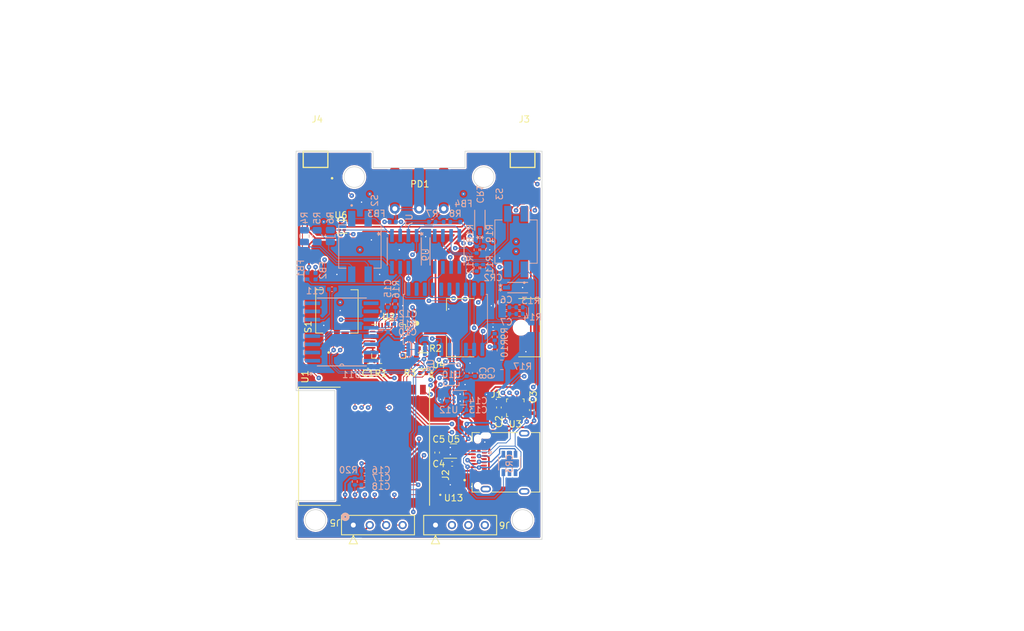
<source format=kicad_pcb>
(kicad_pcb (version 20221018) (generator pcbnew)
  (layers (0 "F.Cu" mixed) (1 "In1.Cu" mixed) (2 "In2.Cu" mixed) (31 "B.Cu" mixed) (34 "B.Paste" user) (35 "F.Paste" user) (36 "B.SilkS" user "B.Silkscreen") (37 "F.SilkS" user "F.Silkscreen") (38 "B.Mask" user) (39 "F.Mask" user) (44 "Edge.Cuts" user))
  (net 0 "")
  (net 1 "3.3V")
  (net 2 "GND")
  (net 3 "CC1")
  (net 4 "D+")
  (net 5 "D-")
  (net 6 "CC2")
  (net 7 "Net-(U2-~{RST})")
  (net 8 "RTS")
  (net 9 "DTR")
  (net 26 "ESP_TXD")
  (net 27 "ESP_RXD")
  (net 29 "GPIO9")
  (net 30 "ESP_EN")
  (net 31 "INT")
  (net 32 "SCL")
  (net 33 "SDA")
  (net 34 "LED_REF")
  (net 35 "ESP_LED_REF_INV")
  (net 36 "5V")
  (net 37 "Net-(C6-Pad1)")
  (net 38 "Sensor_Analog")
  (net 39 "Net-(U9-OUT)")
  (net 40 "+Vs_For_Lock_in")
  (net 41 "-Vs_For_Lock_in")
  (net 42 "The_better_5V")
  (net 43 "The_better_GND")
  (net 44 "Net-(PD1-An)")
  (net 45 "Net-(R6-Pad2)")
  (net 46 "Sensor_Second_stage")
  (net 47 "ESP_ADC")
  (net 48 "Sensor_First_stage")
  (net 51 "Net-(U9-+IN)")
  (net 52 "Net-(U11-CAP-)")
  (net 53 "Net-(U11-CAP+)")
  (net 54 "Net-(U11-FB{slash}SD)")
  (net 55 "Net-(U4-B2)")
  (net 56 "Net-(U4-B1)")
  (net 57 "Net-(R4-Pad1)")
  (net 58 "Net-(R4-Pad2)")
  (net 59 "Net-(R5-Pad2)")
  (net 60 "Net-(U7-+IN)")
  (net 61 "Net-(U8-SEL_B)")
  (net 62 "Net-(U9--IN)")
  (net 63 "Net-(U11-VREF)")
  (net 70 "Net-(U8-CHA-)")
  (net 84 "GPIO1")
  (net 85 "GPIO2")
  (net 86 "GPIO3")
  (net 98 "ESP_PWM_DIM")
  (net 99 "NeopixelLED")
  (net 101 "VBUS")
  (net 102 "Sensor_GND")
  (net 103 "-VBUS")
  (footprint "Capacitor_SMD:C_0402_1005Metric" (layer "F.Cu") (at -7.8943 33.1951 180)
    (fp_text reference "C1")
    (fp_text value "10uF")
  )
  (footprint "Resistor_SMD:R_0402_1005Metric" (layer "F.Cu") (at -5.8903 33.1951 180)
    (fp_text reference "R1")
    (fp_text value "1k")
  )
  (footprint "footprints:AMPHENOL_12401598E4#2A" (layer "F.Cu") (at 9.056 48.088 90)
    (fp_text reference "J2")
    (fp_text value "12401598E4-2A")
    (fp_line (start 3.45 -0.325) (end 3.75 -0.325) (stroke (width 0.01)) (layer "Edge.Cuts"))
    (fp_line (start 3.75 0.325) (end 3.45 0.325) (stroke (width 0.01)) (layer "Edge.Cuts"))
    (fp_arc (start 3.125 0) (mid 3.22019 -0.22981) (end 3.45 -0.325) (stroke (width 0.01)) (layer "Edge.Cuts"))
    (fp_arc (start 3.45 0.325) (mid 3.22019 0.22981) (end 3.125 0) (stroke (width 0.01)) (layer "Edge.Cuts"))
    (fp_arc (start 3.75 -0.325) (mid 3.97981 -0.22981) (end 4.075 0) (stroke (width 0.01)) (layer "Edge.Cuts"))
    (fp_arc (start 4.075 0) (mid 3.97981 0.22981) (end 3.75 0.325) (stroke (width 0.01)) (layer "Edge.Cuts"))
  )
  (footprint "footprints:SOT6_BC846AS-7_DIO" (layer "F.Cu") (at 0.635 32.385 180)
    (fp_text reference "U4")
    (fp_text value "BC846AS-7")
  )
  (footprint "Package_SON:WSON-6-1EP_2x2mm_P0.65mm_EP1x1.6mm_ThermalVias" (layer "F.Cu") (at 4.8275 46.34)
    (fp_text reference "U5")
    (fp_text value "TLV76733DRVx")
  )
  (footprint "Resistor_SMD:R_0402_1005Metric" (layer "F.Cu") (at 0.51 30.48)
    (fp_text reference "R2")
    (fp_text value "10k")
  )
  (footprint "footprints:SAMTEC_FTSH-103-01-L-DH-C-TR" (layer "F.Cu") (at -16 0)
    (fp_text reference "J4")
    (fp_text value "FTSH-103-01-L-DH-C-TR")
  )
  (footprint "footprints:DRY6" (layer "F.Cu") (at -11.938 11.684)
    (fp_text reference "U6")
    (fp_text value "SN74LVC1G58DRYR")
  )
  (footprint "footprints:SAMTEC_FTSH-103-01-L-DH-C-TR" (layer "F.Cu") (at 16 0)
    (fp_text reference "J3")
    (fp_text value "FTSH-103-01-L-DH-C-TR")
  )
  (footprint "Capacitor_SMD:C_0402_1005Metric" (layer "F.Cu") (at 5.1095 48.33 180)
    (fp_text reference "C4")
    (fp_text value "1uF")
  )
  (footprint "Package_DFN_QFN:WQFN-14-1EP_2.5x2.5mm_P0.5mm_EP1.45x1.45mm" (layer "F.Cu") (at 14.88 39.645 180)
    (fp_text reference "U3")
    (fp_text value "FUSB302B11MPX")
  )
  (footprint "Capacitor_SMD:C_0402_1005Metric" (layer "F.Cu") (at 17.42 40.005 -90)
    (fp_text reference "C3")
    (fp_text value "200pF")
  )
  (footprint "Resistor_SMD:R_0402_1005Metric" (layer "F.Cu") (at 0.635 34.29)
    (fp_text reference "R3")
    (fp_text value "10k")
  )
  (footprint "footprints:4492_ADA" (layer "F.Cu") (at 5.334 53.594)
    (fp_text reference "U13")
    (fp_text value "4492")
  )
  (footprint "Package_DFN_QFN:QFN-28-1EP_5x5mm_P0.5mm_EP3.35x3.35mm" (layer "F.Cu") (at -4.7103 29.3851)
    (fp_text reference "U2")
    (fp_text value "CP2102N-Axx-xQFN28")
  )
  (footprint "footprints:CONN_PPTC041LFBN-RC_SUL" (layer "F.Cu") (at -10.16 57.785 180)
    (fp_text reference "J5")
    (fp_text value "PPTC041LFBN-RC")
  )
  (footprint "footprints:CUI_PJ-036AH-SMT-TR" (layer "F.Cu") (at 2.988 26.628 180)
    (fp_text reference "J1")
    (fp_text value "PJ-036AH-SMT-TR")
  )
  (footprint "footprints:SW_219-2MSTR" (layer "F.Cu") (at -12.7 24.765 90)
    (fp_text reference "S1")
    (fp_text value "219-2MSTR")
  )
  (footprint "Library:ODD-42W-Side" (layer "F.Cu") (at 0 2.54)
    (fp_text reference "PD1")
    (fp_text value "~")
  )
  (footprint "Capacitor_SMD:C_0402_1005Metric" (layer "F.Cu") (at 12.34 39.617 -90)
    (fp_text reference "C2")
    (fp_text value "200pF")
  )
  (footprint "Capacitor_SMD:C_0402_1005Metric" (layer "F.Cu") (at 2.7955 46.58 -90)
    (fp_text reference "C5")
    (fp_text value "2.2uF")
  )
  (footprint "footprints:CONN_PPTC041LFBN-RC_SUL" (layer "F.Cu") (at 2.54 57.785 180)
    (fp_text reference "J6")
    (fp_text value "PPTC041LFBN-RC")
  )
  (footprint "footprints:IC18_ESP32-C3-WROOM-02-N4_EXP" (layer "F.Cu") (at -8.5 45.606 90)
    (fp_text reference "U1")
    (fp_text value "ESP32-C3-WROOM-02-N4")
  )
  (footprint "Inductor_SMD:L_0402_1005Metric" (layer "B.Cu") (at -17.272 19.304 -90)
    (fp_text reference "FB1")
    (fp_text value "1k @ 100MHz")
  )
  (footprint "footprints:SW_219-2MSTR" (layer "B.Cu") (at 14.986 13.97 90)
    (fp_text reference "S3")
    (fp_text value "219-2MSTR")
  )
  (footprint "Resistor_SMD:R_0402_1005Metric" (layer "B.Cu") (at 11.684 30.736 -90)
    (fp_text reference "R10")
    (fp_text value "100k")
  )
  (footprint "Resistor_SMD:R_0402_1005Metric" (layer "B.Cu") (at 4.318 10.922 180)
    (fp_text reference "R8")
    (fp_text value "1k")
  )
  (footprint "Capacitor_SMD:C_0402_1005Metric" (layer "B.Cu") (at -8.41 50.546 180)
    (fp_text reference "C17")
    (fp_text value "10uF")
  )
  (footprint "Inductor_SMD:L_0402_1005Metric" (layer "B.Cu") (at -4.064 10.922)
    (fp_text reference "FB3")
    (fp_text value "1k @ 100MHz")
  )
  (footprint "Capacitor_SMD:C_0402_1005Metric" (layer "B.Cu") (at 7.366 34.29 -90)
    (fp_text reference "C8")
    (fp_text value "1uF")
  )
  (footprint "footprints:SOD123_FAS" (layer "B.Cu") (at 9.398 10.668 90)
    (fp_text reference "CR1")
    (fp_text value "MMSZ5231B")
  )
  (footprint "footprints:SW_219-2MSTR" (layer "B.Cu") (at -9.144 14.732 -90)
    (fp_text reference "S2")
    (fp_text value "219-2MSTR")
  )
  (footprint "footprints:R_8_ADI" (layer "B.Cu") (at -2.286 15.494 -90)
    (fp_text reference "U7")
    (fp_text value "AD620ARZ-REEL7")
  )
  (footprint "Resistor_SMD:R_0402_1005Metric" (layer "B.Cu") (at 9.906 18.034 -90)
    (fp_text reference "R11")
    (fp_text value "6.66K")
  )
  (footprint "Resistor_SMD:R_0402_1005Metric" (layer "B.Cu") (at 8.89 18.034 -90)
    (fp_text reference "R12")
    (fp_text value "7K")
  )
  (footprint "Resistor_SMD:R_0402_1005Metric" (layer "B.Cu") (at 8.89 15.238 90)
    (fp_text reference "R18")
    (fp_text value "20k")
  )
  (footprint "Resistor_SMD:R_0402_1005Metric" (layer "B.Cu") (at 15.522 24.13 180)
    (fp_text reference "R13")
    (fp_text value "1M")
  )
  (footprint "footprints:R_8_ADI" (layer "B.Cu") (at 4.318 15.494 -90)
    (fp_text reference "U9")
    (fp_text value "OP27GSZ-REEL7")
  )
  (footprint "Resistor_SMD:R_0402_1005Metric" (layer "B.Cu") (at 15.522 25.146 180)
    (fp_text reference "R14")
    (fp_text value "1M")
  )
  (footprint "Package_SON:WSON-6-1EP_2x2mm_P0.65mm_EP1x1.6mm_ThermalVias" (layer "B.Cu") (at 6.35 38.1)
    (fp_text reference "U12")
    (fp_text value "TLV76750DRVx")
  )
  (footprint "Resistor_SMD:R_0402_1005Metric" (layer "B.Cu") (at -4.316 26.67)
    (fp_text reference "R15")
    (fp_text value "20k")
  )
  (footprint "footprints:SOT23-6L_MCC" (layer "B.Cu") (at 13.97 48.26 -90)
    (fp_text reference "CR3")
    (fp_text value "SRV05-4L-TP")
  )
  (footprint "Resistor_SMD:R_0805_2012Metric" (layer "B.Cu") (at -15.755548 13.13122 -90)
    (fp_text reference "R5")
    (fp_text value "16466.666")
  )
  (footprint "footprints:SOD123_DIO" (layer "B.Cu") (at 15.24 21.082)
    (fp_text reference "CR2")
    (fp_text value "MMSZ5226B-7-F")
  )
  (footprint "Inductor_SMD:L_0402_1005Metric" (layer "B.Cu") (at 6.858 10.922 180)
    (fp_text reference "FB4")
    (fp_text value "1k @ 100MHz")
  )
  (footprint "Capacitor_SMD:C_0402_1005Metric" (layer "B.Cu") (at -8.438 51.562 180)
    (fp_text reference "C18")
    (fp_text value "1uF")
  )
  (footprint "Capacitor_SMD:C_0402_1005Metric" (layer "B.Cu") (at 4.318 38.142 90)
    (fp_text reference "C14")
    (fp_text value "2.2uF")
  )
  (footprint "Capacitor_SMD:C_0402_1005Metric" (layer "B.Cu") (at 13.49 24.13 180)
    (fp_text reference "C6")
    (fp_text value "100nF")
  )
  (footprint "Resistor_SMD:R_0805_2012Metric" (layer "B.Cu") (at 12.8035 33.02 180)
    (fp_text reference "R17")
    (fp_text value "0")
  )
  (footprint "Resistor_SMD:R_0805_2012Metric" (layer "B.Cu") (at -17.716053 13.120144 -90)
    (fp_text reference "R4")
    (fp_text value "9880")
  )
  (footprint "Inductor_SMD:L_0402_1005Metric" (layer "B.Cu") (at -16.002 19.327 -90)
    (fp_text reference "FB2")
    (fp_text value "1k @ 100MHz")
  )
  (footprint "Capacitor_SMD:C_0402_1005Metric" (layer "B.Cu") (at -4.288 25.4)
    (fp_text reference "C12")
    (fp_text value "0.002uF")
  )
  (footprint "Resistor_SMD:R_0402_1005Metric" (layer "B.Cu") (at 9.906 15.24 90)
    (fp_text reference "R19")
    (fp_text value "10k")
  )
  (footprint "Package_SO:SOIC-20W_7.5x12.8mm_P1.27mm" (layer "B.Cu") (at 4.064 25.986 -90)
    (fp_text reference "U8")
    (fp_text value "AD630ARZ")
  )
  (footprint "Resistor_SMD:R_0402_1005Metric" (layer "B.Cu") (at -9.934 51.054 -90)
    (fp_text reference "R20")
    (fp_text value "10k")
  )
  (footprint "footprints:DFN-8_DDB_LIT" (layer "B.Cu") (at 5.016401 34.532001 180)
    (fp_text reference "U10")
    (fp_text value "LTC2453IDDB-TRMPBF")
  )
  (footprint "Resistor_SMD:R_0402_1005Metric" (layer "B.Cu") (at 11.684 28.704 -90)
    (fp_text reference "R9")
    (fp_text value "1M")
  )
  (footprint "Capacitor_SMD:C_0402_1005Metric" (layer "B.Cu") (at -4.316 27.94 180)
    (fp_text reference "C10")
    (fp_text value "2.2uF")
  )
  (footprint "Capacitor_SMD:C_0402_1005Metric" (layer "B.Cu") (at -13.462 21.336)
    (fp_text reference "C11")
    (fp_text value "10uF")
  )
  (footprint "Capacitor_SMD:C_0402_1005Metric" (layer "B.Cu") (at 6.858 39.986 180)
    (fp_text reference "C13")
    (fp_text value "1uF")
  )
  (footprint "Resistor_SMD:R_0402_1005Metric" (layer "B.Cu") (at 2.032 10.922)
    (fp_text reference "R7")
    (fp_text value "10k")
  )
  (footprint "Resistor_SMD:R_0805_2012Metric" (layer "B.Cu") (at -13.716 13.1045 90)
    (fp_text reference "R6")
    (fp_text value "49400")
  )
  (footprint "footprints:DW16" (layer "B.Cu") (at -11.938 27.94)
    (fp_text reference "U11")
    (fp_text value "LT1054IDWR")
  )
  (footprint "Capacitor_SMD:C_0402_1005Metric" (layer "B.Cu") (at -4.824 23.622 90)
    (fp_text reference "C15")
    (fp_text value "100uF")
  )
  (footprint "Capacitor_SMD:C_0402_1005Metric" (layer "B.Cu") (at -8.438 49.4 180)
    (fp_text reference "C16")
    (fp_text value "0.1uF")
  )
  (footprint "Capacitor_SMD:C_0402_1005Metric" (layer "B.Cu") (at 8.636 34.29 -90)
    (fp_text reference "C9")
    (fp_text value "0.1uF")
  )
  (footprint "Resistor_SMD:R_0402_1005Metric" (layer "B.Cu") (at -3.683 23.622 -90)
    (fp_text reference "R16")
    (fp_text value "220k")
  )
  (footprint "Capacitor_SMD:C_0402_1005Metric" (layer "B.Cu") (at 13.49 25.146 180)
    (fp_text reference "C7")
    (fp_text value "100nF")
  )
  (gr_line (start -13 37) (end -13 54) (stroke (width 0.1)) (layer "Edge.Cuts"))
  (gr_line (start 19 60) (end -19 60) (stroke (width 0.1)) (layer "Edge.Cuts"))
  (gr_line (start -19 0) (end -7.112 0) (stroke (width 0.1)) (layer "Edge.Cuts"))
  (gr_circle (center -10 4) (end -8.4 4) (stroke (width 0.1)) (fill none) (layer "Edge.Cuts"))
  (gr_circle (center 16 57) (end 17.6 57) (stroke (width 0.1)) (fill none) (layer "Edge.Cuts"))
  (gr_line (start -19 37) (end -13 37) (stroke (width 0.1)) (layer "Edge.Cuts"))
  (gr_line (start 19 0) (end 19 60) (stroke (width 0.1)) (layer "Edge.Cuts"))
  (gr_line (start -19 54) (end -13 54) (stroke (width 0.1)) (layer "Edge.Cuts"))
  (gr_line (start -7.112 2.54) (end -7.112 0) (stroke (width 0.1)) (layer "Edge.Cuts"))
  (gr_line (start -19 0) (end -19 37) (stroke (width 0.1)) (layer "Edge.Cuts"))
  (gr_line (start 7.112 0) (end 19 0) (stroke (width 0.1)) (layer "Edge.Cuts"))
  (gr_circle (center -16 57) (end -14.4 57) (stroke (width 0.1)) (fill none) (layer "Edge.Cuts"))
  (gr_line (start 7.112 0) (end 7.112 2.54) (stroke (width 0.1)) (layer "Edge.Cuts"))
  (gr_line (start 7.112 2.54) (end -7.112 2.54) (stroke (width 0.1)) (layer "Edge.Cuts"))
  (gr_circle (center 10 4) (end 11.6 4) (stroke (width 0.1)) (fill none) (layer "Edge.Cuts"))
  (gr_line (start -19 60) (end -19 54) (stroke (width 0.1)) (layer "Edge.Cuts"))
  (segment (start -1.524 47.244) (end -2.54 48.26) (width 0.254) (layer "F.Cu") (net 1))
  (segment (start 1.27 49.403) (end 1.27 47.498) (width 0.254) (layer "F.Cu") (net 1))
  (segment (start -8.89 31.242) (end -8.0331 30.3851) (width 0.254) (layer "F.Cu") (net 1))
  (segment (start 11.176 37.084) (end 11.811 36.449) (width 0.254) (layer "F.Cu") (net 1))
  (segment (start 11.811 36.449) (end 16.129 36.449) (width 0.254) (layer "F.Cu") (net 1))
  (segment (start 7.366 42.164) (end 7.239 42.291) (width 0.254) (layer "F.Cu") (net 1))
  (segment (start 4.710999 54.069) (end 5.251999 54.61) (width 0.254) (layer "F.Cu") (net 1))
  (segment (start 17.27 7.23) (end 17.27 6.475) (width 0.254) (layer "F.Cu") (net 1))
  (segment (start -8.0331 30.3851) (end -7.1603 30.3851) (width 0.254) (layer "F.Cu") (net 1))
  (segment (start -0.38 46.1) (end 0 45.72) (width 0.254) (layer "F.Cu") (net 1))
  (segment (start 14.097 42.545) (end 14.732 41.91) (width 0.254) (layer "F.Cu") (net 1))
  (segment (start 7.239 43.7515) (end 6.858 44.1325) (width 0.254) (layer "F.Cu") (net 1))
  (segment (start 16.1425 39.145) (end 16.1425 38.895) (width 0.254) (layer "F.Cu") (net 1))
  (segment (start 0 45.72) (end 0 44.45) (width 0.254) (layer "F.Cu") (net 1))
  (segment (start 17.27 7.23) (end 17.27 35.308) (width 0.254) (layer "F.Cu") (net 1))
  (segment (start -6.4003 32.0251) (end -6.2103 31.8351) (width 0.254) (layer "F.Cu") (net 1))
  (segment (start 15.13 40.9075) (end 15.13 41.512) (width 0.254) (layer "F.Cu") (net 1))
  (segment (start 3.2055 45.69) (end 2.7955 46.1) (width 0.254) (layer "F.Cu") (net 1))
  (segment (start 16.637 5.842) (end 14.224 5.842) (width 0.254) (layer "F.Cu") (net 1))
  (segment (start -5.588 34.036) (end -8.636 34.036) (width 0.254) (layer "F.Cu") (net 1))
  (segment (start 15.748 36.83) (end 15.748 38.2645) (width 0.254) (layer "F.Cu") (net 1))
  (segment (start -4.572 35.052) (end -3.81 35.052) (width 0.254) (layer "F.Cu") (net 1))
  (segment (start 3.94 45.59) (end 3.94 45.69) (width 0.254) (layer "F.Cu") (net 1))
  (segment (start 11.43 42.545) (end 14.097 42.545) (width 0.254) (layer "F.Cu") (net 1))
  (segment (start -2.54 48.26) (end -8.89 48.26) (width 0.254) (layer "F.Cu") (net 1))
  (segment (start -7.4143 33.1951) (end -6.4003 33.1951) (width 0.254) (layer "F.Cu") (net 1))
  (segment (start -5.588 34.036) (end -4.826 34.798) (width 0.254) (layer "F.Cu") (net 1))
  (segment (start 4.191 49.403) (end 1.27 49.403) (width 0.254) (layer "F.Cu") (net 1))
  (segment (start 4.064 45.466) (end 3.94 45.59) (width 0.254) (layer "F.Cu") (net 1))
  (segment (start 7.239 42.291) (end 7.239 43.7515) (width 0.254) (layer "F.Cu") (net 1))
  (segment (start -11.43 53.086) (end -11.43 54.331087) (width 0.254) (layer "F.Cu") (net 1))
  (segment (start 4.6355 44.1325) (end 4.064 44.704) (width 0.254) (layer "F.Cu") (net 1))
  (segment (start 14.732 41.91) (end 14.63 41.808) (width 0.254) (layer "F.Cu") (net 1))
  (segment (start 4.064 44.704) (end 4.064 45.466) (width 0.254) (layer "F.Cu") (net 1))
  (segment (start 13.208 6.858) (end 11.43 6.858) (width 0.254) (layer "F.Cu") (net 1))
  (segment (start 2.7955 46.1) (end -0.38 46.1) (width 0.254) (layer "F.Cu") (net 1))
  (segment (start 6.604 11.684) (end -11.568001 11.684) (width 0.254) (layer "F.Cu") (net 1))
  (segment (start 11.43 6.858) (end 6.604 11.684) (width 0.254) (layer "F.Cu") (net 1))
  (segment (start 6.858 44.1325) (end 4.6355 44.1325) (width 0.254) (layer "F.Cu") (net 1))
  (segment (start -11.405087 58.190913) (end -10.414 59.182) (width 0.254) (layer "F.Cu") (net 1))
  (segment (start 15.13 41.512) (end 14.732 41.91) (width 0.254) (layer "F.Cu") (net 1))
  (segment (start 5.251999 54.61) (end 6.731 54.61) (width 0.254) (layer "F.Cu") (net 1))
  (segment (start 3.94 46.34) (end 3.94 45.69) (width 0.254) (layer "F.Cu") (net 1))
  (segment (start 14.63 41.808) (end 14.63 40.9075) (width 0.254) (layer "F.Cu") (net 1))
  (segment (start -0.38 46.1) (end -1.524 47.244) (width 0.254) (layer "F.Cu") (net 1))
  (segment (start 17.27 35.308) (end 16.129 36.449) (width 0.254) (layer "F.Cu") (net 1))
  (segment (start 15.748 38.2645) (end 15.63 38.3825) (width 0.254) (layer "F.Cu") (net 1))
  (segment (start 7.239 52.451) (end 4.191 49.403) (width 0.254) (layer "F.Cu") (net 1))
  (segment (start -8.89 33.782) (end -8.89 31.242) (width 0.254) (layer "F.Cu") (net 1))
  (segment (start -6.4003 33.1951) (end -6.4003 32.0251) (width 0.254) (layer "F.Cu") (net 1))
  (segment (start 3.0355 46.34) (end 2.7955 46.1) (width 0.254) (layer "F.Cu") (net 1))
  (segment (start -10.414 59.182) (end -9.017 59.182) (width 0.254) (layer "F.Cu") (net 1))
  (segment (start 7.239 54.102) (end 7.239 52.451) (width 0.254) (layer "F.Cu") (net 1))
  (segment (start -6.4003 33.1951) (end -6.4003 33.2237) (width 0.254) (layer "F.Cu") (net 1))
  (segment (start 11.43 42.545) (end 11.176 42.291) (width 0.254) (layer "F.Cu") (net 1))
  (segment (start 16.129 36.449) (end 15.748 36.83) (width 0.254) (layer "F.Cu") (net 1))
  (segment (start 11.176 42.291) (end 11.176 37.084) (width 0.254) (layer "F.Cu") (net 1))
  (segment (start 14.224 5.842) (end 13.208 6.858) (width 0.254) (layer "F.Cu") (net 1))
  (segment (start 1.27 47.498) (end 2.668 46.1) (width 0.254) (layer "F.Cu") (net 1))
  (segment (start -4.826 34.798) (end -4.572 35.052) (width 0.254) (layer "F.Cu") (net 1))
  (segment (start -6.4003 33.2237) (end -5.588 34.036) (width 0.254) (layer "F.Cu") (net 1))
  (segment (start 6.731 54.61) (end 7.239 54.102) (width 0.254) (layer "F.Cu") (net 1))
  (segment (start -8.636 34.036) (end -8.89 33.782) (width 0.254) (layer "F.Cu") (net 1))
  (segment (start 16.1425 38.895) (end 15.63 38.3825) (width 0.254) (layer "F.Cu") (net 1))
  (segment (start -11.43 54.331087) (end -11.405087 54.356) (width 0.254) (layer "F.Cu") (net 1))
  (segment (start -11.405087 54.356) (end -11.405087 58.190913) (width 0.254) (layer "F.Cu") (net 1))
  (segment (start -9.017 59.182) (end -7.62 57.785) (width 0.254) (layer "F.Cu") (net 1))
  (segment (start 2.668 46.1) (end 2.7955 46.1) (width 0.254) (layer "F.Cu") (net 1))
  (segment (start 3.94 46.34) (end 3.0355 46.34) (width 0.254) (layer "F.Cu") (net 1))
  (segment (start 17.27 6.475) (end 16.637 5.842) (width 0.254) (layer "F.Cu") (net 1))
  (segment (start -7.1603 30.3851) (end -7.1603 30.8851) (width 0.254) (layer "F.Cu") (net 1))
  (segment (start 3.94 45.69) (end 3.2055 45.69) (width 0.254) (layer "F.Cu") (net 1))
  (via (at 0 44.45) (size 0.7) (drill 0.2032) (layers "F.Cu" "B.Cu") (net 1))
  (via (at -3.81 35.052) (size 0.7) (drill 0.2032) (layers "F.Cu" "B.Cu") (net 1))
  (via (at 11.43 42.545) (size 0.7) (drill 0.2032) (layers "F.Cu" "B.Cu") (net 1))
  (via (at 7.366 42.164) (size 0.7) (drill 0.2032) (layers "F.Cu" "B.Cu") (net 1))
  (via (at -11.43 53.086) (size 0.7) (drill 0.2032) (layers "F.Cu" "B.Cu") (net 1))
  (via (at -8.89 48.26) (size 0.7) (drill 0.2032) (layers "F.Cu" "B.Cu") (net 1))
  (segment (start -9.936 50.546) (end -10.668 50.546) (width 0.254) (layer "B.Cu") (net 1))
  (segment (start 10.8585 41.9735) (end 7.5565 41.9735) (width 0.254) (layer "B.Cu") (net 1))
  (segment (start -8.89 50.546) (end -8.89 49.428) (width 0.254) (layer "B.Cu") (net 1))
  (segment (start -8.89 49.428) (end -8.918 49.4) (width 0.254) (layer "B.Cu") (net 1))
  (segment (start 7.5565 41.9735) (end 7.366 42.164) (width 0.254) (layer "B.Cu") (net 1))
  (segment (start -8.89 49.372) (end -8.918 49.4) (width 0.254) (layer "B.Cu") (net 1))
  (segment (start -8.89 50.546) (end -9.932 50.546) (width 0.254) (layer "B.Cu") (net 1))
  (segment (start -8.89 48.26) (end -8.89 49.372) (width 0.254) (layer "B.Cu") (net 1))
  (segment (start -9.932 50.546) (end -9.934 50.544) (width 0.254) (layer "B.Cu") (net 1))
  (segment (start -9.934 50.544) (end -9.936 50.546) (width 0.254) (layer "B.Cu") (net 1))
  (segment (start -11.43 51.308) (end -11.43 53.086) (width 0.254) (layer "B.Cu") (net 1))
  (segment (start 11.43 42.545) (end 10.8585 41.9735) (width 0.254) (layer "B.Cu") (net 1))
  (segment (start -10.668 50.546) (end -11.43 51.308) (width 0.254) (layer "B.Cu") (net 1))
  (segment (start -4.6509 29.3851) (end -2.54 31.496) (width 0.127) (layer "F.Cu") (net 2))
  (segment (start -5.2103 28.8851) (end -4.7103 29.3851) (width 0.127) (layer "F.Cu") (net 2))
  (segment (start -4.7103 29.3851) (end -8.3743 33.0491) (width 0.127) (layer "F.Cu") (net 2))
  (segment (start 14.678 30.988) (end 11.938 33.728) (width 0.127) (layer "F.Cu") (net 2))
  (segment (start -13.97 11.684) (end -14.732 10.922) (width 0.127) (layer "F.Cu") (net 2))
  (segment (start 16.51 30.988) (end 14.678 30.988) (width 0.127) (layer "F.Cu") (net 2))
  (segment (start -8.3743 33.0491) (end -8.3743 33.1951) (width 0.127) (layer "F.Cu") (net 2))
  (segment (start -4.7103 29.3851) (end -4.6509 29.3851) (width 0.127) (layer "F.Cu") (net 2))
  (segment (start -12.307999 11.684) (end -13.97 11.684) (width 0.127) (layer "F.Cu") (net 2))
  (segment (start -7.1603 28.8851) (end -5.2103 28.8851) (width 0.127) (layer "F.Cu") (net 2))
  (via (at 8.128 51.816) (size 0.7) (drill 0.2032) (layers "F.Cu" "B.Cu") (net 2))
  (via (at -14.732 10.922) (size 0.7) (drill 0.2032) (layers "F.Cu" "B.Cu") (net 2))
  (via (at 16.51 30.988) (size 0.7) (drill 0.2032) (layers "F.Cu" "B.Cu") (net 2))
  (via (at 11.43 13.97) (size 0.7) (drill 0.2032) (layers "F.Cu" "B.Cu") (net 2))
  (via (at 11.938 38.354) (size 0.7) (drill 0.2032) (layers "F.Cu" "B.Cu") (net 2))
  (via (at 14.986 13.97) (size 0.7) (drill 0.2032) (layers "F.Cu" "B.Cu") (net 2))
  (via (at -9.144 15.24) (size 0.7) (drill 0.2032) (layers "F.Cu" "B.Cu") (net 2))
  (via (at 14.986 15.494) (size 0.7) (drill 0.2032) (layers "F.Cu" "B.Cu") (net 2))
  (via (at 10.16 44.958) (size 0.7) (drill 0.2032) (layers "F.Cu" "B.Cu") (net 2))
  (via (at -2.54 31.496) (size 0.7) (drill 0.2032) (layers "F.Cu" "B.Cu") (net 2))
  (via (at -12.192 23.368) (size 0.7) (drill 0.2032) (layers "F.Cu" "B.Cu") (net 2))
  (via (at 4.826 51.562) (size 0.7) (drill 0.2032) (layers "F.Cu" "B.Cu") (net 2))
  (via (at 6.858 6.604) (size 0.7) (drill 0.2032) (layers "F.Cu" "B.Cu") (net 2))
  (via (at -7.62 6.604) (size 0.7) (drill 0.2032) (layers "F.Cu" "B.Cu") (net 2))
  (via (at 10.414 37.592) (size 0.7) (drill 0.2032) (layers "F.Cu" "B.Cu") (net 2))
  (segment (start 13.716 33.02) (end 14.478 33.02) (width 1.27) (layer "B.Cu") (net 2))
  (segment (start 13.716 33.02) (end 13.716 35.56) (width 0.762) (layer "B.Cu") (net 2))
  (segment (start 11.938 38.354) (end 11.938 37.338) (width 0.254) (layer "B.Cu") (net 2))
  (segment (start 13.716 35.56) (end 11.938 37.338) (width 0.254) (layer "B.Cu") (net 2))
  (segment (start 14.478 33.02) (end 16.51 30.988) (width 1.524) (layer "B.Cu") (net 2))
  (segment (start 11.938 37.338) (end 10.668 37.338) (width 0.254) (layer "B.Cu") (net 2))
  (segment (start 10.668 37.338) (end 10.414 37.592) (width 0.254) (layer "B.Cu") (net 2))
  (segment (start 13.335 41.783) (end 13.335 41.092) (width 0.127) (layer "F.Cu") (net 3))
  (segment (start 13.335 41.092) (end 12.34 40.097) (width 0.127) (layer "F.Cu") (net 3))
  (segment (start 12.34 40.097) (end 12.388 40.145) (width 0.127) (layer "F.Cu") (net 3))
  (segment (start 12.388 40.145) (end 13.6175 40.145) (width 0.127) (layer "F.Cu") (net 3))
  (segment (start 8.396 48.838) (end 7.563 48.838) (width 0.127) (layer "F.Cu") (net 3))
  (segment (start 13.6175 40.395) (end 14.13 40.9075) (width 0.127) (layer "F.Cu") (net 3))
  (segment (start 13.6175 40.145) (end 13.6175 40.395) (width 0.127) (layer "F.Cu") (net 3))
  (segment (start 7.563 48.838) (end 7.493 48.768) (width 0.127) (layer "F.Cu") (net 3))
  (via (at 7.493 48.768) (size 0.7) (drill 0.2032) (layers "F.Cu" "B.Cu") (net 3))
  (via (at 13.335 41.783) (size 0.7) (drill 0.2032) (layers "F.Cu" "B.Cu") (net 3))
  (segment (start 6.858 48.133) (end 7.493 48.768) (width 0.127) (layer "B.Cu") (net 3))
  (segment (start 13.0302 52.2478) (end 11.684 53.594) (width 0.127) (layer "B.Cu") (net 3))
  (segment (start 11.684 53.594) (end 8.89 53.594) (width 0.127) (layer "B.Cu") (net 3))
  (segment (start 8.89 53.594) (end 7.493 52.197) (width 0.127) (layer "B.Cu") (net 3))
  (segment (start 14.097 44.45) (end 13.462 45.085) (width 0.127) (layer "B.Cu") (net 3))
  (segment (start 10.795 46.482) (end 7.874 46.482) (width 0.127) (layer "B.Cu") (net 3))
  (segment (start 14.097 42.545) (end 14.097 44.45) (width 0.127) (layer "B.Cu") (net 3))
  (segment (start 13.335 41.783) (end 14.097 42.545) (width 0.127) (layer "B.Cu") (net 3))
  (segment (start 13.462 45.085) (end 12.192 45.085) (width 0.127) (layer "B.Cu") (net 3))
  (segment (start 7.874 46.482) (end 6.858 47.498) (width 0.127) (layer "B.Cu") (net 3))
  (segment (start 12.192 45.085) (end 10.795 46.482) (width 0.127) (layer "B.Cu") (net 3))
  (segment (start 7.493 52.197) (end 7.493 48.768) (width 0.127) (layer "B.Cu") (net 3))
  (segment (start 6.858 47.498) (end 6.858 48.133) (width 0.127) (layer "B.Cu") (net 3))
  (segment (start 13.0302 49.6824) (end 13.0302 52.2478) (width 0.127) (layer "B.Cu") (net 3))
  (segment (start -4.572 38.354) (end -3.048 38.354) (width 0.2) (layer "F.Cu") (net 4))
  (segment (start 9.353 48.088) (end 10.096 48.088) (width 0.2) (layer "F.Cu") (net 4))
  (segment (start -7.1603 29.3851) (end -7.2084 29.337) (width 0.2) (layer "F.Cu") (net 4))
  (segment (start -6.35 34.798) (end -5.405086 35.742914) (width 0.2) (layer "F.Cu") (net 4))
  (segment (start -3.048 38.354) (end 2.032 43.434) (width 0.2) (layer "F.Cu") (net 4))
  (segment (start -7.2084 29.337) (end -8.382 29.337) (width 0.2) (layer "F.Cu") (net 4))
  (segment (start -5.405086 37.520914) (end -4.572 38.354) (width 0.2) (layer "F.Cu") (net 4))
  (segment (start -9.906 33.782) (end -8.89 34.798) (width 0.2) (layer "F.Cu") (net 4))
  (segment (start 2.032 43.434) (end 5.08 43.434) (width 0.2) (layer "F.Cu") (net 4))
  (segment (start -9.906 30.861) (end -9.906 33.782) (width 0.2) (layer "F.Cu") (net 4))
  (segment (start 9.271 48.006) (end 8.939 48.338) (width 0.2) (layer "F.Cu") (net 4))
  (segment (start 8.939 48.338) (end 8.396 48.338) (width 0.2) (layer "F.Cu") (net 4))
  (segment (start -8.382 29.337) (end -9.906 30.861) (width 0.2) (layer "F.Cu") (net 4))
  (segment (start -8.89 34.798) (end -6.35 34.798) (width 0.2) (layer "F.Cu") (net 4))
  (segment (start -5.405086 36.856) (end -5.405086 37.520914) (width 0.2) (layer "F.Cu") (net 4))
  (segment (start 9.271 48.006) (end 9.353 48.088) (width 0.2) (layer "F.Cu") (net 4))
  (segment (start -5.405086 35.742914) (end -5.405086 36.856) (width 0.2) (layer "F.Cu") (net 4))
  (via (at 9.271 48.006) (size 0.7) (drill 0.2032) (layers "F.Cu" "B.Cu") (net 4))
  (via (at 5.08 43.434) (size 0.7) (drill 0.2032) (layers "F.Cu" "B.Cu") (net 4))
  (segment (start 12.573 45.974) (end 14.732 45.974) (width 0.2) (layer "B.Cu") (net 4))
  (segment (start 12.446 46.101) (end 12.573 45.974) (width 0.2) (layer "B.Cu") (net 4))
  (segment (start 9.271 48.006) (end 11.176 48.006) (width 0.2) (layer "B.Cu") (net 4))
  (segment (start 12.446 46.736) (end 12.446 46.101) (width 0.2) (layer "B.Cu") (net 4))
  (segment (start 11.176 48.006) (end 12.446 46.736) (width 0.2) (layer "B.Cu") (net 4))
  (segment (start 14.9098 46.1518) (end 14.9098 46.8376) (width 0.2) (layer "B.Cu") (net 4))
  (segment (start 14.732 45.974) (end 14.9098 46.1518) (width 0.2) (layer "B.Cu") (net 4))
  (segment (start -3.905087 36.607913) (end -3.905087 36.856) (width 0.2) (layer "F.Cu") (net 5))
  (segment (start 9.271 48.895) (end 9.578 48.588) (width 0.2) (layer "F.Cu") (net 5))
  (segment (start -7.2004 29.845) (end -8.255 29.845) (width 0.2) (layer "F.Cu") (net 5))
  (segment (start -7.1603 29.8851) (end -7.2004 29.845) (width 0.2) (layer "F.Cu") (net 5))
  (segment (start -6.096 34.417) (end -3.905087 36.607913) (width 0.2) (layer "F.Cu") (net 5))
  (segment (start 7.579 47.838) (end 8.396 47.838) (width 0.2) (layer "F.Cu") (net 5))
  (segment (start 9.578 48.588) (end 10.096 48.588) (width 0.2) (layer "F.Cu") (net 5))
  (segment (start -9.398 30.988) (end -9.398 33.782) (width 0.2) (layer "F.Cu") (net 5))
  (segment (start -8.255 29.845) (end -9.398 30.988) (width 0.2) (layer "F.Cu") (net 5))
  (segment (start -8.763 34.417) (end -6.096 34.417) (width 0.2) (layer "F.Cu") (net 5))
  (segment (start 1.402913 42.164) (end 5.08 42.164) (width 0.2) (layer "F.Cu") (net 5))
  (segment (start -9.398 33.782) (end -8.763 34.417) (width 0.2) (layer "F.Cu") (net 5))
  (segment (start -3.905087 36.856) (end 1.402913 42.164) (width 0.2) (layer "F.Cu") (net 5))
  (segment (start 7.493 47.752) (end 7.579 47.838) (width 0.2) (layer "F.Cu") (net 5))
  (via (at 9.271 48.895) (size 0.7) (drill 0.2032) (layers "F.Cu" "B.Cu") (net 5))
  (via (at 7.493 47.752) (size 0.7) (drill 0.2032) (layers "F.Cu" "B.Cu") (net 5))
  (via (at 5.08 42.164) (size 0.7) (drill 0.2032) (layers "F.Cu" "B.Cu") (net 5))
  (segment (start 10.9728 48.895) (end 13.0302 46.8376) (width 0.2) (layer "B.Cu") (net 5))
  (segment (start 8.636 48.895) (end 7.493 47.752) (width 0.2) (layer "B.Cu") (net 5))
  (segment (start 9.271 48.895) (end 8.636 48.895) (width 0.2) (layer "B.Cu") (net 5))
  (segment (start 9.271 48.895) (end 10.9728 48.895) (width 0.2) (layer "B.Cu") (net 5))
  (segment (start 16.637 41.783) (end 16.637 41.268) (width 0.127) (layer "F.Cu") (net 6))
  (segment (start 16.1425 40.7535) (end 16.1425 40.145) (width 0.127) (layer "F.Cu") (net 6))
  (segment (start 15.9885 40.9075) (end 16.1425 40.7535) (width 0.127) (layer "F.Cu") (net 6))
  (segment (start 16.99 40.485) (end 16.637 40.132) (width 0.127) (layer "F.Cu") (net 6))
  (segment (start 16.1555 40.132) (end 16.1425 40.145) (width 0.127) (layer "F.Cu") (net 6))
  (segment (start 16.637 40.132) (end 16.1555 40.132) (width 0.127) (layer "F.Cu") (net 6))
  (segment (start 16.637 41.268) (end 17.42 40.485) (width 0.127) (layer "F.Cu") (net 6))
  (segment (start 10.096 47.588) (end 9.742 47.588) (width 0.127) (layer "F.Cu") (net 6))
  (segment (start 17.42 40.485) (end 16.99 40.485) (width 0.127) (layer "F.Cu") (net 6))
  (segment (start 15.63 40.9075) (end 15.9885 40.9075) (width 0.127) (layer "F.Cu") (net 6))
  (segment (start 9.742 47.588) (end 9.271 47.117) (width 0.127) (layer "F.Cu") (net 6))
  (via (at 9.271 47.117) (size 0.7) (drill 0.2032) (layers "F.Cu" "B.Cu") (net 6))
  (via (at 16.637 41.783) (size 0.7) (drill 0.2032) (layers "F.Cu" "B.Cu") (net 6))
  (segment (start 10.922 47.117) (end 12.446 45.593) (width 0.127) (layer "B.Cu") (net 6))
  (segment (start 12.446 45.593) (end 14.859 45.593) (width 0.127) (layer "B.Cu") (net 6))
  (segment (start 15.748 46.482) (end 15.748 48.8442) (width 0.127) (layer "B.Cu") (net 6))
  (segment (start 14.859 43.561) (end 14.859 45.593) (width 0.127) (layer "B.Cu") (net 6))
  (segment (start 16.637 41.783) (end 14.859 43.561) (width 0.127) (layer "B.Cu") (net 6))
  (segment (start 14.859 45.593) (end 15.748 46.482) (width 0.127) (layer "B.Cu") (net 6))
  (segment (start 9.271 47.117) (end 10.922 47.117) (width 0.127) (layer "B.Cu") (net 6))
  (segment (start 15.748 48.8442) (end 14.9098 49.6824) (width 0.127) (layer "B.Cu") (net 6))
  (segment (start -5.3803 33.1951) (end -5.7103 32.8651) (width 0.127) (layer "F.Cu") (net 7))
  (segment (start -5.7103 32.8651) (end -5.7103 31.8351) (width 0.127) (layer "F.Cu") (net 7))
  (segment (start -4.2103 26.9351) (end -4.2103 27.3103) (width 0.127) (layer "F.Cu") (net 8))
  (segment (start -5.588 25.4) (end -2.032 25.4) (width 0.127) (layer "F.Cu") (net 8))
  (segment (start -6.604 26.416) (end -5.588 25.4) (width 0.127) (layer "F.Cu") (net 8))
  (segment (start -4.2103 27.3103) (end -4.445 27.545) (width 0.127) (layer "F.Cu") (net 8))
  (segment (start 0 31.305652) (end 0 30.48) (width 0.127) (layer "F.Cu") (net 8))
  (segment (start -0.889 26.543) (end -0.889 29.591) (width 0.127) (layer "F.Cu") (net 8))
  (segment (start -6.35 27.545) (end -6.59 27.305) (width 0.127) (layer "F.Cu") (net 8))
  (segment (start -6.59 27.305) (end -6.604 27.305) (width 0.127) (layer "F.Cu") (net 8))
  (segment (start -6.604 27.305) (end -6.604 26.416) (width 0.127) (layer "F.Cu") (net 8))
  (segment (start -0.429349 31.735001) (end 0 31.305652) (width 0.127) (layer "F.Cu") (net 8))
  (segment (start -2.032 25.4) (end -0.889 26.543) (width 0.127) (layer "F.Cu") (net 8))
  (segment (start -0.889 29.591) (end 0 30.48) (width 0.127) (layer "F.Cu") (net 8))
  (segment (start -4.445 27.545) (end -6.35 27.545) (width 0.127) (layer "F.Cu") (net 8))
  (segment (start -2.286 25.654) (end -1.143 26.797) (width 0.127) (layer "F.Cu") (net 9))
  (segment (start -0.762 34.925) (end 0.51 34.925) (width 0.127) (layer "F.Cu") (net 9))
  (segment (start -1.143 34.544) (end -0.762 34.925) (width 0.127) (layer "F.Cu") (net 9))
  (segment (start -6.2103 26.4033) (end -5.461 25.654) (width 0.127) (layer "F.Cu") (net 9))
  (segment (start 1.699349 33.735651) (end 1.145 34.29) (width 0.127) (layer "F.Cu") (net 9))
  (segment (start -1.143 26.797) (end -1.143 34.544) (width 0.127) (layer "F.Cu") (net 9))
  (segment (start 1.699349 33.034999) (end 1.699349 33.735651) (width 0.127) (layer "F.Cu") (net 9))
  (segment (start 0.51 34.925) (end 1.145 34.29) (width 0.127) (layer "F.Cu") (net 9))
  (segment (start -5.461 25.654) (end -2.286 25.654) (width 0.127) (layer "F.Cu") (net 9))
  (segment (start -6.2103 26.9351) (end -6.2103 26.4033) (width 0.127) (layer "F.Cu") (net 9))
  (segment (start -4.445 26.162) (end -2.794 26.162) (width 0.127) (layer "F.Cu") (net 26))
  (segment (start -1.651 27.305) (end -1.651 34.163) (width 0.127) (layer "F.Cu") (net 26))
  (segment (start -1.651 34.163) (end -2.405087 34.917087) (width 0.127) (layer "F.Cu") (net 26))
  (segment (start -2.405087 34.917087) (end -2.405087 36.856) (width 0.127) (layer "F.Cu") (net 26))
  (segment (start -4.7103 26.9351) (end -4.7103 26.4273) (width 0.127) (layer "F.Cu") (net 26))
  (segment (start -4.7103 26.4273) (end -4.445 26.162) (width 0.127) (layer "F.Cu") (net 26))
  (segment (start -2.794 26.162) (end -1.651 27.305) (width 0.127) (layer "F.Cu") (net 26))
  (segment (start -5.2103 26.9351) (end -5.2103 26.2923) (width 0.127) (layer "F.Cu") (net 27))
  (segment (start -5.2103 26.2923) (end -4.826 25.908) (width 0.127) (layer "F.Cu") (net 27))
  (segment (start -1.397 34.417) (end -1.905 34.925) (width 0.127) (layer "F.Cu") (net 27))
  (segment (start -2.54 25.908) (end -1.397 27.051) (width 0.127) (layer "F.Cu") (net 27))
  (segment (start -1.905 35.814) (end -0.905085 36.813915) (width 0.127) (layer "F.Cu") (net 27))
  (segment (start -1.397 27.051) (end -1.397 34.417) (width 0.127) (layer "F.Cu") (net 27))
  (segment (start -4.826 25.908) (end -2.54 25.908) (width 0.127) (layer "F.Cu") (net 27))
  (segment (start -0.905085 36.813915) (end -0.905085 36.856) (width 0.127) (layer "F.Cu") (net 27))
  (segment (start -1.905 34.925) (end -1.905 35.814) (width 0.127) (layer "F.Cu") (net 27))
  (segment (start 0.014999 33.034999) (end -0.429349 33.034999) (width 0.127) (layer "F.Cu") (net 29))
  (segment (start -0.889 54.372085) (end -0.889 55.753) (width 0.127) (layer "F.Cu") (net 29))
  (segment (start -0.905085 54.356) (end -0.889 54.372085) (width 0.127) (layer "F.Cu") (net 29))
  (segment (start -13.208 29.827) (end -13.97 29.065) (width 0.127) (layer "F.Cu") (net 29))
  (segment (start -13.208 30.734) (end -13.208 29.827) (width 0.127) (layer "F.Cu") (net 29))
  (segment (start 0.381 33.401) (end 0.014999 33.034999) (width 0.127) (layer "F.Cu") (net 29))
  (via (at -0.889 55.753) (size 0.7) (drill 0.2032) (layers "F.Cu" "B.Cu") (net 29))
  (via (at -13.208 30.734) (size 0.7) (drill 0.2032) (layers "F.Cu" "B.Cu") (net 29))
  (via (at 0.381 33.401) (size 0.7) (drill 0.2032) (layers "F.Cu" "B.Cu") (net 29))
  (segment (start -0.889 43.307) (end -1.27 43.688) (width 0.127) (layer "B.Cu") (net 29))
  (segment (start -1.27 45.5295) (end -0.889 45.9105) (width 0.127) (layer "B.Cu") (net 29))
  (segment (start -0.889 34.29) (end -0.889 43.307) (width 0.127) (layer "B.Cu") (net 29))
  (segment (start -12.446 34.29) (end -13.843 32.893) (width 0.127) (layer "B.Cu") (net 29))
  (segment (start 0 33.401) (end 0.381 33.401) (width 0.127) (layer "B.Cu") (net 29))
  (segment (start -0.889 45.9105) (end -0.889 55.753) (width 0.127) (layer "B.Cu") (net 29))
  (segment (start -0.889 34.29) (end 0 33.401) (width 0.127) (layer "B.Cu") (net 29))
  (segment (start -13.843 31.369) (end -13.208 30.734) (width 0.127) (layer "B.Cu") (net 29))
  (segment (start -1.27 43.688) (end -1.27 45.5295) (width 0.127) (layer "B.Cu") (net 29))
  (segment (start -13.843 32.893) (end -13.843 31.369) (width 0.127) (layer "B.Cu") (net 29))
  (segment (start -0.889 34.29) (end -12.446 34.29) (width 0.127) (layer "B.Cu") (net 29))
  (segment (start -9.144 52.324) (end -9.906 53.086) (width 0.127) (layer "F.Cu") (net 30))
  (segment (start -11.43 29.065) (end -11.43 29.972) (width 0.127) (layer "F.Cu") (net 30))
  (segment (start -11.43 29.972) (end -12.192 30.734) (width 0.127) (layer "F.Cu") (net 30))
  (segment (start -4.572 51.562) (end -5.334 52.324) (width 0.127) (layer "F.Cu") (net 30))
  (segment (start 1.157999 31.735001) (end 1.699349 31.735001) (width 0.127) (layer "F.Cu") (net 30))
  (segment (start -5.334 52.324) (end -9.144 52.324) (width 0.127) (layer "F.Cu") (net 30))
  (segment (start -0.127 51.562) (end -4.572 51.562) (width 0.127) (layer "F.Cu") (net 30))
  (segment (start -9.906 53.086) (end -9.906 54.355087) (width 0.127) (layer "F.Cu") (net 30))
  (segment (start -9.906 54.355087) (end -9.905087 54.356) (width 0.127) (layer "F.Cu") (net 30))
  (segment (start 0.762 32.131) (end 1.157999 31.735001) (width 0.127) (layer "F.Cu") (net 30))
  (via (at 0.762 32.131) (size 0.7) (drill 0.2032) (layers "F.Cu" "B.Cu") (net 30))
  (via (at -12.192 30.734) (size 0.7) (drill 0.2032) (layers "F.Cu" "B.Cu") (net 30))
  (via (at -9.906 53.086) (size 0.7) (drill 0.2032) (layers "F.Cu" "B.Cu") (net 30))
  (via (at -0.127 51.562) (size 0.7) (drill 0.2032) (layers "F.Cu" "B.Cu") (net 30))
  (segment (start -8.92 51.564) (end -8.918 51.562) (width 0.127) (layer "B.Cu") (net 30))
  (segment (start -9.934 51.564) (end -8.92 51.564) (width 0.127) (layer "B.Cu") (net 30))
  (segment (start -13.335 31.496) (end -12.954 31.496) (width 0.127) (layer "B.Cu") (net 30))
  (segment (start 1.016 33.274) (end 1.016 33.782) (width 0.127) (layer "B.Cu") (net 30))
  (segment (start -0.762 45.466) (end -0.508 45.72) (width 0.127) (layer "B.Cu") (net 30))
  (segment (start -12.954 31.496) (end -12.192 30.734) (width 0.127) (layer "B.Cu") (net 30))
  (segment (start 1.016 33.782) (end 0.508 34.29) (width 0.127) (layer "B.Cu") (net 30))
  (segment (start -0.127 34.29) (end -0.508 34.671) (width 0.127) (layer "B.Cu") (net 30))
  (segment (start -0.508 51.181) (end -0.127 51.562) (width 0.127) (layer "B.Cu") (net 30))
  (segment (start 0.508 32.131) (end -1.397 34.036) (width 0.127) (layer "B.Cu") (net 30))
  (segment (start 0.762 32.131) (end 0.508 32.131) (width 0.127) (layer "B.Cu") (net 30))
  (segment (start -13.462 31.623) (end -13.335 31.496) (width 0.127) (layer "B.Cu") (net 30))
  (segment (start -0.762 43.688) (end -0.762 45.466) (width 0.127) (layer "B.Cu") (net 30))
  (segment (start -9.934 53.058) (end -9.906 53.086) (width 0.127) (layer "B.Cu") (net 30))
  (segment (start -12.319 34.036) (end -13.462 32.893) (width 0.127) (layer "B.Cu") (net 30))
  (segment (start -9.934 51.564) (end -9.934 53.058) (width 0.127) (layer "B.Cu") (net 30))
  (segment (start -1.397 34.036) (end -12.319 34.036) (width 0.127) (layer "B.Cu") (net 30))
  (segment (start 0.762 33.02) (end 1.016 33.274) (width 0.127) (layer "B.Cu") (net 30))
  (segment (start -0.508 34.671) (end -0.508 43.434) (width 0.127) (layer "B.Cu") (net 30))
  (segment (start 0.762 32.131) (end 0.762 33.02) (width 0.127) (layer "B.Cu") (net 30))
  (segment (start -0.508 43.434) (end -0.762 43.688) (width 0.127) (layer "B.Cu") (net 30))
  (segment (start 0.508 34.29) (end -0.127 34.29) (width 0.127) (layer "B.Cu") (net 30))
  (segment (start -0.508 45.72) (end -0.508 51.181) (width 0.127) (layer "B.Cu") (net 30))
  (segment (start -13.462 32.893) (end -13.462 31.623) (width 0.127) (layer "B.Cu") (net 30))
  (segment (start 1.778 37.592) (end 1.330915 37.592) (width 0.127) (layer "F.Cu") (net 31))
  (segment (start 18.17 5.08) (end 17.27 4.18) (width 0.127) (layer "F.Cu") (net 31))
  (segment (start 1.330915 37.592) (end 0.594915 36.856) (width 0.127) (layer "F.Cu") (net 31))
  (segment (start 15.113 37.338) (end 15.113 38.3655) (width 0.127) (layer "F.Cu") (net 31))
  (segment (start 15.113 38.3655) (end 15.13 38.3825) (width 0.127) (layer "F.Cu") (net 31))
  (segment (start 18.288 5.08) (end 18.17 5.08) (width 0.127) (layer "F.Cu") (net 31))
  (via (at 15.113 37.338) (size 0.7) (drill 0.2032) (layers "F.Cu" "B.Cu") (net 31))
  (via (at 1.778 37.592) (size 0.7) (drill 0.2032) (layers "F.Cu" "B.Cu") (net 31))
  (via (at 18.288 5.08) (size 0.7) (drill 0.2032) (layers "F.Cu" "B.Cu") (net 31))
  (segment (start -5.08 57.658) (end -5.08 57.785) (width 0.127) (layer "F.Cu") (net 32))
  (segment (start -7.112 55.626) (end -5.08 57.658) (width 0.127) (layer "F.Cu") (net 32))
  (segment (start 18.034 6.096) (end 17.509954 5.571954) (width 0.127) (layer "F.Cu") (net 32))
  (segment (start 16 4.791908) (end 16 4.18) (width 0.127) (layer "F.Cu") (net 32))
  (segment (start 17.509954 5.571954) (end 16.780046 5.571954) (width 0.127) (layer "F.Cu") (net 32))
  (segment (start 14.63 38.3825) (end 14.478 38.2305) (width 0.127) (layer "F.Cu") (net 32))
  (segment (start -8.382 54.332915) (end -8.405085 54.356) (width 0.127) (layer "F.Cu") (net 32))
  (segment (start 16.780046 5.571954) (end 16 4.791908) (width 0.127) (layer "F.Cu") (net 32))
  (segment (start -8.128 55.626) (end -7.112 55.626) (width 0.127) (layer "F.Cu") (net 32))
  (segment (start 17.8937 9.144) (end 18.034 9.0037) (width 0.127) (layer "F.Cu") (net 32))
  (segment (start -8.405085 55.348915) (end -8.405085 54.356) (width 0.127) (layer "F.Cu") (net 32))
  (segment (start 18.034 9.0037) (end 18.034 6.096) (width 0.127) (layer "F.Cu") (net 32))
  (segment (start -8.382 53.086) (end -8.382 54.332915) (width 0.127) (layer "F.Cu") (net 32))
  (segment (start -8.128 55.626) (end -8.405085 55.348915) (width 0.127) (layer "F.Cu") (net 32))
  (segment (start 14.478 37.846) (end 13.97 37.338) (width 0.127) (layer "F.Cu") (net 32))
  (segment (start 14.478 38.2305) (end 14.478 37.846) (width 0.127) (layer "F.Cu") (net 32))
  (via (at 17.8937 9.144) (size 0.7) (drill 0.2032) (layers "F.Cu" "B.Cu") (net 32))
  (via (at -8.382 53.086) (size 0.7) (drill 0.2032) (layers "F.Cu" "B.Cu") (net 32))
  (via (at 13.97 37.338) (size 0.7) (drill 0.2032) (layers "F.Cu" "B.Cu") (net 32))
  (via (at 1.778 36.195) (size 0.7) (drill 0.2032) (layers "F.Cu" "B.Cu") (net 32))
  (segment (start 3.048 34.29) (end 4.056001 34.29) (width 0.127) (layer "B.Cu") (net 32))
  (segment (start 1.778 36.068) (end 2.54 35.306) (width 0.127) (layer "B.Cu") (net 32))
  (segment (start 2.54 34.798) (end 3.048 34.29) (width 0.127) (layer "B.Cu") (net 32))
  (segment (start 4.056001 34.29) (end 4.064 34.282001) (width 0.127) (layer "B.Cu") (net 32))
  (segment (start 1.778 36.195) (end 1.778 36.068) (width 0.127) (layer "B.Cu") (net 32))
  (segment (start 2.54 35.306) (end 2.54 34.798) (width 0.127) (layer "B.Cu") (net 32))
  (segment (start -3.476086 57.785) (end -2.54 57.785) (width 0.127) (layer "F.Cu") (net 33))
  (segment (start 14.986 8.89) (end 16 7.876) (width 0.127) (layer "F.Cu") (net 33))
  (segment (start -6.858 54.308914) (end -6.905086 54.356) (width 0.127) (layer "F.Cu") (net 33))
  (segment (start 16 7.876) (end 16 7.23) (width 0.127) (layer "F.Cu") (net 33))
  (segment (start -4.595543 56.665543) (end -3.476086 57.785) (width 0.127) (layer "F.Cu") (net 33))
  (segment (start 14.13 38.3825) (end 13.9985 38.3825) (width 0.127) (layer "F.Cu") (net 33))
  (segment (start -5.310457 56.665543) (end -4.595543 56.665543) (width 0.127) (layer "F.Cu") (net 33))
  (segment (start 13.9985 38.3825) (end 12.954 37.338) (width 0.127) (layer "F.Cu") (net 33))
  (segment (start -6.905086 54.356) (end -6.905086 55.070914) (width 0.127) (layer "F.Cu") (net 33))
  (segment (start -6.858 53.086) (end -6.858 54.308914) (width 0.127) (layer "F.Cu") (net 33))
  (segment (start -6.905086 55.070914) (end -5.310457 56.665543) (width 0.127) (layer "F.Cu") (net 33))
  (segment (start 14.986 9.144) (end 14.986 8.89) (width 0.127) (layer "F.Cu") (net 33))
  (via (at 14.986 9.144) (size 0.7) (drill 0.2032) (layers "F.Cu" "B.Cu") (net 33))
  (via (at -6.858 53.086) (size 0.7) (drill 0.2032) (layers "F.Cu" "B.Cu") (net 33))
  (via (at 16.256 34.798) (size 0.7) (drill 0.2032) (layers "F.Cu" "B.Cu") (net 33))
  (via (at 1.778 35.306) (size 0.7) (drill 0.2032) (layers "F.Cu" "B.Cu") (net 33))
  (via (at 12.954 37.338) (size 0.7) (drill 0.2032) (layers "F.Cu" "B.Cu") (net 33))
  (segment (start 1.778 35.052) (end 1.778 35.306) (width 0.127) (layer "B.Cu") (net 33))
  (segment (start 16.256 34.798) (end 15.494 34.798) (width 0.127) (layer "B.Cu") (net 33))
  (segment (start 15.494 34.798) (end 12.954 37.338) (width 0.127) (layer "B.Cu") (net 33))
  (segment (start 3.048 33.782) (end 1.778 35.052) (width 0.127) (layer "B.Cu") (net 33))
  (segment (start 3.048 33.782) (end 4.064 33.782) (width 0.127) (layer "B.Cu") (net 33))
  (segment (start -12.065 10.668) (end -12.293013 10.896013) (width 0.127) (layer "F.Cu") (net 34))
  (segment (start -12.307999 12.584001) (end -12.065 12.827) (width 0.127) (layer "F.Cu") (net 34))
  (segment (start 0.508 47.244) (end 0.762 46.99) (width 0.127) (layer "F.Cu") (net 34))
  (segment (start -4.826 52.324) (end 0 52.324) (width 0.127) (layer "F.Cu") (net 34))
  (segment (start 0.508 51.816) (end 0.508 47.244) (width 0.127) (layer "F.Cu") (net 34))
  (segment (start -12.293013 10.896013) (end -12.293013 11.184001) (width 0.127) (layer "F.Cu") (net 34))
  (segment (start -5.405086 52.903086) (end -4.826 52.324) (width 0.127) (layer "F.Cu") (net 34))
  (segment (start -12.293013 11.184001) (end -11.568001 11.184001) (width 0.127) (layer "F.Cu") (net 34))
  (segment (start -5.405086 54.356) (end -5.405086 52.903086) (width 0.127) (layer "F.Cu") (net 34))
  (segment (start -12.307999 12.183999) (end -12.307999 12.584001) (width 0.127) (layer "F.Cu") (net 34))
  (segment (start 0 52.324) (end 0.508 51.816) (width 0.127) (layer "F.Cu") (net 34))
  (via (at -12.065 12.827) (size 0.7) (drill 0.2032) (layers "F.Cu" "B.Cu") (net 34))
  (via (at -12.065 10.668) (size 0.7) (drill 0.2032) (layers "F.Cu" "B.Cu") (net 34))
  (via (at 0.762 46.99) (size 0.7) (drill 0.2032) (layers "F.Cu" "B.Cu") (net 34))
  (via (at 9.144 23.368) (size 0.7) (drill 0.2032) (layers "F.Cu" "B.Cu") (net 34))
  (via (at 7.112 22.86) (size 0.7) (drill 0.2032) (layers "F.Cu" "B.Cu") (net 34))
  (via (at 1.524 23.114) (size 0.7) (drill 0.2032) (layers "F.Cu" "B.Cu") (net 34))
  (segment (start 4.572 23.114) (end 1.524 23.114) (width 0.127) (layer "B.Cu") (net 34))
  (segment (start 6.096 22.86) (end 5.588 23.368) (width 0.127) (layer "B.Cu") (net 34))
  (segment (start 5.588 23.368) (end 4.826 23.368) (width 0.127) (layer "B.Cu") (net 34))
  (segment (start 9.779 22.733) (end 9.779 21.336) (width 0.127) (layer "B.Cu") (net 34))
  (segment (start 4.826 23.368) (end 4.572 23.114) (width 0.127) (layer "B.Cu") (net 34))
  (segment (start 7.112 22.86) (end 6.096 22.86) (width 0.127) (layer "B.Cu") (net 34))
  (segment (start 9.144 23.368) (end 9.779 22.733) (width 0.127) (layer "B.Cu") (net 34))
  (segment (start -15.748 5.842) (end -16.002 5.588) (width 0.127) (layer "F.Cu") (net 35))
  (segment (start -11.43 5.842) (end -15.748 5.842) (width 0.127) (layer "F.Cu") (net 35))
  (segment (start -16.002 5.588) (end -16 5.586) (width 0.127) (layer "F.Cu") (net 35))
  (segment (start -11.568001 12.183999) (end -11.568001 12.434999) (width 0.127) (layer "F.Cu") (net 35))
  (segment (start -10.414 6.858) (end -11.43 5.842) (width 0.127) (layer "F.Cu") (net 35))
  (segment (start -11.568001 12.434999) (end -11.176 12.827) (width 0.127) (layer "F.Cu") (net 35))
  (segment (start -16 5.586) (end -16 4.18) (width 0.127) (layer "F.Cu") (net 35))
  (segment (start -11.176 12.827) (end -10.16 12.827) (width 0.127) (layer "F.Cu") (net 35))
  (via (at -10.414 6.858) (size 0.7) (drill 0.2032) (layers "F.Cu" "B.Cu") (net 35))
  (via (at -10.16 12.827) (size 0.7) (drill 0.2032) (layers "F.Cu" "B.Cu") (net 35))
  (via (at 3.302 36.068) (size 0.7) (drill 0.2032) (layers "F.Cu" "B.Cu") (net 36))
  (via (at -5.334 10.922) (size 0.7) (drill 0.2032) (layers "F.Cu" "B.Cu") (net 36))
  (segment (start 3.302 39.37) (end 4.064 39.37) (width 0.127) (layer "B.Cu") (net 36))
  (segment (start 7.14 34.77) (end 6.627998 35.282002) (width 0.127) (layer "B.Cu") (net 36))
  (segment (start 2.54 38.608) (end 3.302 39.37) (width 0.127) (layer "B.Cu") (net 36))
  (segment (start -4.549 10.922) (end -5.334 10.922) (width 0.127) (layer "B.Cu") (net 36))
  (segment (start 5.4625 38.75) (end 5.4625 38.1) (width 0.127) (layer "B.Cu") (net 36))
  (segment (start 4.318 38.622) (end 4.9405 38.622) (width 0.127) (layer "B.Cu") (net 36))
  (segment (start 5.4625 38.1) (end 4.826 37.4635) (width 0.127) (layer "B.Cu") (net 36))
  (segment (start 5.968802 35.941198) (end 5.968802 35.282002) (width 0.127) (layer "B.Cu") (net 36))
  (segment (start 6.627998 35.282002) (end 5.968802 35.282002) (width 0.127) (layer "B.Cu") (net 36))
  (segment (start 4.826 37.4635) (end 4.826 37.084) (width 0.127) (layer "B.Cu") (net 36))
  (segment (start 2.54 36.83) (end 2.54 38.608) (width 0.127) (layer "B.Cu") (net 36))
  (segment (start 7.366 34.77) (end 7.14 34.77) (width 0.127) (layer "B.Cu") (net 36))
  (segment (start 4.064 39.37) (end 4.318 39.116) (width 0.127) (layer "B.Cu") (net 36))
  (segment (start 4.826 37.084) (end 5.968802 35.941198) (width 0.127) (layer "B.Cu") (net 36))
  (segment (start 8.636 34.77) (end 7.366 34.77) (width 0.127) (layer "B.Cu") (net 36))
  (segment (start 3.302 36.068) (end 2.54 36.83) (width 0.127) (layer "B.Cu") (net 36))
  (segment (start 4.9405 38.622) (end 5.4625 38.1) (width 0.127) (layer "B.Cu") (net 36))
  (segment (start 4.318 39.116) (end 4.318 38.622) (width 0.127) (layer "B.Cu") (net 36))
  (segment (start 16.032 25.146) (end 16.028 25.146) (width 0.127) (layer "B.Cu") (net 37))
  (segment (start 13.97 24.13) (end 15.012 24.13) (width 0.127) (layer "B.Cu") (net 37))
  (segment (start 16.028 25.146) (end 15.012 24.13) (width 0.127) (layer "B.Cu") (net 37))
  (via (at 7.874 14.224) (size 0.7) (drill 0.2032) (layers "F.Cu" "B.Cu") (net 38))
  (via (at 3.048 32.258) (size 0.7) (drill 0.2032) (layers "F.Cu" "B.Cu") (net 38))
  (via (at 12.446 17.907) (size 0.7) (drill 0.2032) (layers "F.Cu" "B.Cu") (net 38))
  (via (at 3.162085 35.042772) (size 0.7) (drill 0.2032) (layers "F.Cu" "B.Cu") (net 38))
  (via (at 7.874 19.304) (size 0.7) (drill 0.2032) (layers "F.Cu" "B.Cu") (net 38))
  (segment (start 9.398 12.393) (end 9.398 14.22) (width 0.127) (layer "B.Cu") (net 38))
  (segment (start 9.906 14.73) (end 8.892 14.73) (width 0.127) (layer "B.Cu") (net 38))
  (segment (start 7.874 14.224) (end 8.386 14.224) (width 0.127) (layer "B.Cu") (net 38))
  (segment (start 8.126 18.544) (end 8.89 18.544) (width 0.127) (layer "B.Cu") (net 38))
  (segment (start 6.21496 31.88504) (end 6.604 31.496) (width 0.127) (layer "B.Cu") (net 38))
  (segment (start 6.604 31.496) (end 6.604 29.337) (width 0.127) (layer "B.Cu") (net 38))
  (segment (start 3.048 32.258) (end 3.42096 31.88504) (width 0.127) (layer "B.Cu") (net 38))
  (segment (start 3.42096 31.88504) (end 6.21496 31.88504) (width 0.127) (layer "B.Cu") (net 38))
  (segment (start 3.317999 34.782001) (end 4.064 34.782001) (width 0.127) (layer "B.Cu") (net 38))
  (segment (start 8.386 14.224) (end 8.89 14.728) (width 0.127) (layer "B.Cu") (net 38))
  (segment (start 7.874 28.067) (end 7.874 19.304) (width 0.127) (layer "B.Cu") (net 38))
  (segment (start 6.604 29.337) (end 7.874 28.067) (width 0.127) (layer "B.Cu") (net 38))
  (segment (start 8.892 14.73) (end 8.89 14.728) (width 0.127) (layer "B.Cu") (net 38))
  (segment (start 13.353 17.907) (end 13.716 18.27) (width 0.127) (layer "B.Cu") (net 38))
  (segment (start 12.446 17.907) (end 13.353 17.907) (width 0.127) (layer "B.Cu") (net 38))
  (segment (start 3.162085 34.937915) (end 3.317999 34.782001) (width 0.127) (layer "B.Cu") (net 38))
  (segment (start 7.874 19.304) (end 7.874 18.796) (width 0.127) (layer "B.Cu") (net 38))
  (segment (start 3.162085 35.042772) (end 3.162085 34.937915) (width 0.127) (layer "B.Cu") (net 38))
  (segment (start 7.874 18.796) (end 8.126 18.544) (width 0.127) (layer "B.Cu") (net 38))
  (segment (start 9.398 14.22) (end 8.89 14.728) (width 0.127) (layer "B.Cu") (net 38))
  (via (at 5.588 14.986) (size 0.7) (drill 0.2032) (layers "F.Cu" "B.Cu") (net 39))
  (via (at 4.826 16.383) (size 0.7) (drill 0.2032) (layers "F.Cu" "B.Cu") (net 39))
  (segment (start 10.668 16.764) (end 8.382 16.764) (width 0.127) (layer "B.Cu") (net 39))
  (segment (start 8.128 15.748) (end 7.874 15.494) (width 0.127) (layer "B.Cu") (net 39))
  (segment (start 8.128 16.51) (end 8.128 15.748) (width 0.127) (layer "B.Cu") (net 39))
  (segment (start 13.716 9.67) (end 13.716 13.716) (width 0.127) (layer "B.Cu") (net 39))
  (segment (start 16.256 9.67) (end 13.716 9.67) (width 0.127) (layer "B.Cu") (net 39))
  (segment (start 8.382 16.764) (end 8.128 16.51) (width 0.127) (layer "B.Cu") (net 39))
  (segment (start 7.874 15.494) (end 7.366 14.986) (width 0.127) (layer "B.Cu") (net 39))
  (segment (start 8.89 15.748) (end 8.128 15.748) (width 0.127) (layer "B.Cu") (net 39))
  (segment (start 4.826 17.8308) (end 4.953 17.9578) (width 0.127) (layer "B.Cu") (net 39))
  (segment (start 7.366 14.986) (end 5.588 14.986) (width 0.127) (layer "B.Cu") (net 39))
  (segment (start 13.716 13.716) (end 10.668 16.764) (width 0.127) (layer "B.Cu") (net 39))
  (segment (start 4.826 16.383) (end 4.826 17.8308) (width 0.127) (layer "B.Cu") (net 39))
  (via (at 5.334 22.733) (size 0.7) (drill 0.2032) (layers "F.Cu" "B.Cu") (net 40))
  (via (at 9.906 27.813) (size 0.7) (drill 0.2032) (layers "F.Cu" "B.Cu") (net 40))
  (segment (start 9.779 30.099) (end 11.684 28.194) (width 0.127) (layer "B.Cu") (net 40))
  (segment (start -17.272 19.789) (end -16.614 20.447) (width 0.127) (layer "B.Cu") (net 40))
  (segment (start -2.032 22.606) (end 1.27 22.606) (width 0.127) (layer "B.Cu") (net 40))
  (segment (start 1.27 22.606) (end 1.524 22.352) (width 0.127) (layer "B.Cu") (net 40))
  (segment (start 1.524 22.352) (end 1.524 19.939) (width 0.127) (layer "B.Cu") (net 40))
  (segment (start 9.779 27.94) (end 9.906 27.813) (width 0.127) (layer "B.Cu") (net 40))
  (segment (start 9.779 30.636) (end 9.779 30.099) (width 0.127) (layer "B.Cu") (net 40))
  (segment (start -2.54 22.098) (end -2.032 22.606) (width 0.127) (layer "B.Cu") (net 40))
  (segment (start 1.524 19.939) (end 1.905 19.558) (width 0.127) (layer "B.Cu") (net 40))
  (segment (start -2.54 19.558) (end -2.921 19.177) (width 0.127) (layer "B.Cu") (net 40))
  (segment (start 3.683 18.796) (end 2.921 19.558) (width 0.127) (layer "B.Cu") (net 40))
  (segment (start -2.54 19.558) (end -2.54 22.098) (width 0.127) (layer "B.Cu") (net 40))
  (segment (start 5.334 22.733) (end 5.207 22.606) (width 0.127) (layer "B.Cu") (net 40))
  (segment (start 3.683 17.9578) (end 3.683 18.796) (width 0.127) (layer "B.Cu") (net 40))
  (segment (start -16.614 20.447) (end -4.191 20.447) (width 0.127) (layer "B.Cu") (net 40))
  (segment (start 9.779 30.636) (end 9.779 27.94) (width 0.127) (layer "B.Cu") (net 40))
  (segment (start 5.207 22.606) (end 1.778 22.606) (width 0.127) (layer "B.Cu") (net 40))
  (segment (start -2.921 19.177) (end -2.921 17.9578) (width 0.127) (layer "B.Cu") (net 40))
  (segment (start -4.191 20.447) (end -2.921 19.177) (width 0.127) (layer "B.Cu") (net 40))
  (segment (start 1.778 22.606) (end 1.524 22.352) (width 0.127) (layer "B.Cu") (net 40))
  (segment (start 2.921 19.558) (end 1.905 19.558) (width 0.127) (layer "B.Cu") (net 40))
  (via (at 6.858 14.224) (size 0.7) (drill 0.2032) (layers "F.Cu" "B.Cu") (net 41))
  (via (at -1.016 16.002) (size 0.7) (drill 0.2032) (layers "F.Cu" "B.Cu") (net 41))
  (via (at -14.605 16.764) (size 0.7) (drill 0.2032) (layers "F.Cu" "B.Cu") (net 41))
  (via (at 6.858 16.637) (size 0.7) (drill 0.2032) (layers "F.Cu" "B.Cu") (net 41))
  (segment (start 2.286 11.557) (end 5.588 11.557) (width 0.127) (layer "B.Cu") (net 41))
  (segment (start 2.159 11.684) (end 2.286 11.557) (width 0.127) (layer "B.Cu") (net 41))
  (segment (start -1.016 16.002) (end -0.381 15.367) (width 0.127) (layer "B.Cu") (net 41))
  (segment (start -0.381 15.367) (end -0.381 13.0302) (width 0.127) (layer "B.Cu") (net 41))
  (segment (start 5.588 11.557) (end 6.223 12.192) (width 0.127) (layer "B.Cu") (net 41))
  (segment (start -0.381 12.319) (end 0.254 11.684) (width 0.127) (layer "B.Cu") (net 41))
  (segment (start 7.239 17.018) (end 6.858 16.637) (width 0.127) (layer "B.Cu") (net 41))
  (segment (start 7.239 21.336) (end 7.239 17.018) (width 0.127) (layer "B.Cu") (net 41))
  (segment (start -0.381 13.0302) (end -0.381 12.319) (width 0.127) (layer "B.Cu") (net 41))
  (segment (start 0.254 11.684) (end 2.159 11.684) (width 0.127) (layer "B.Cu") (net 41))
  (segment (start 6.223 13.589) (end 6.223 13.0302) (width 0.127) (layer "B.Cu") (net 41))
  (segment (start 6.858 14.224) (end 6.223 13.589) (width 0.127) (layer "B.Cu") (net 41))
  (segment (start -16.002 19.812) (end -14.605 18.415) (width 0.127) (layer "B.Cu") (net 41))
  (segment (start -14.605 18.415) (end -14.605 16.764) (width 0.127) (layer "B.Cu") (net 41))
  (segment (start 6.223 12.192) (end 6.223 13.0302) (width 0.127) (layer "B.Cu") (net 41))
  (via (at 4.064 32.512) (size 0.7) (drill 0.2032) (layers "F.Cu" "B.Cu") (net 42))
  (via (at -2.794 10.922) (size 0.7) (drill 0.2032) (layers "F.Cu" "B.Cu") (net 42))
  (segment (start 4.064 32.512) (end 4.318 32.258) (width 0.127) (layer "B.Cu") (net 42))
  (segment (start 5.984801 34.798) (end 5.968802 34.782001) (width 0.127) (layer "B.Cu") (net 42))
  (segment (start 6.604 34.798) (end 5.984801 34.798) (width 0.127) (layer "B.Cu") (net 42))
  (segment (start 4.318 32.258) (end 6.096 32.258) (width 0.127) (layer "B.Cu") (net 42))
  (segment (start 6.858 33.02) (end 6.858 34.544) (width 0.127) (layer "B.Cu") (net 42))
  (segment (start 6.858 34.544) (end 6.604 34.798) (width 0.127) (layer "B.Cu") (net 42))
  (segment (start -3.579 10.922) (end -3.579 9.0575) (width 0.127) (layer "B.Cu") (net 42))
  (segment (start 0 8.89) (end -3.7465 8.89) (width 0.127) (layer "B.Cu") (net 42))
  (segment (start 6.096 32.258) (end 6.858 33.02) (width 0.127) (layer "B.Cu") (net 42))
  (segment (start -3.579 10.922) (end -2.794 10.922) (width 0.127) (layer "B.Cu") (net 42))
  (segment (start -3.579 9.0575) (end -3.7465 8.89) (width 0.127) (layer "B.Cu") (net 42))
  (via (at 4.064 35.814) (size 0.7) (drill 0.2032) (layers "F.Cu" "B.Cu") (net 43))
  (via (at 7.874 13.208) (size 0.7) (drill 0.2032) (layers "F.Cu" "B.Cu") (net 43))
  (via (at 6.096 33.02) (size 0.7) (drill 0.2032) (layers "F.Cu" "B.Cu") (net 43))
  (segment (start 7.874 12.423) (end 7.874 13.208) (width 0.127) (layer "B.Cu") (net 43))
  (segment (start 6.357999 34.282001) (end 5.968802 34.282001) (width 0.127) (layer "B.Cu") (net 43))
  (segment (start 6.096 33.02) (end 6.604 33.528) (width 0.127) (layer "B.Cu") (net 43))
  (segment (start 6.604 33.528) (end 6.604 34.036) (width 0.127) (layer "B.Cu") (net 43))
  (segment (start 4.828 10.922) (end 6.373 10.922) (width 0.127) (layer "B.Cu") (net 43))
  (segment (start 6.604 34.036) (end 6.357999 34.282001) (width 0.127) (layer "B.Cu") (net 43))
  (segment (start 4.064 35.814) (end 4.064 35.282002) (width 0.127) (layer "B.Cu") (net 43))
  (segment (start 6.373 10.922) (end 7.874 12.423) (width 0.127) (layer "B.Cu") (net 43))
  (segment (start 1.778 10.922) (end 3.81 8.89) (width 0.127) (layer "B.Cu") (net 44))
  (segment (start -2.921 13.0302) (end -2.921 11.811) (width 0.127) (layer "B.Cu") (net 44))
  (segment (start -2.921 11.811) (end -2.032 10.922) (width 0.127) (layer "B.Cu") (net 44))
  (segment (start -2.032 10.922) (end 1.522 10.922) (width 0.127) (layer "B.Cu") (net 44))
  (segment (start 1.522 10.922) (end 1.778 10.922) (width 0.127) (layer "B.Cu") (net 44))
  (segment (start -6.7892 10.432) (end -7.874 10.432) (width 0.127) (layer "B.Cu") (net 45))
  (segment (start -7.874 10.432) (end -10.414 10.432) (width 0.127) (layer "B.Cu") (net 45))
  (segment (start -5.0292 12.192) (end -4.191 13.0302) (width 0.127) (layer "B.Cu") (net 45))
  (segment (start -4.191 13.0302) (end -6.7892 10.432) (width 0.127) (layer "B.Cu") (net 45))
  (segment (start -13.97 12.192) (end -5.0292 12.192) (width 0.127) (layer "B.Cu") (net 45))
  (segment (start 13.97 26.289) (end 14.478 25.781) (width 0.127) (layer "B.Cu") (net 46))
  (segment (start 16.637 25.4) (end 16.637 24.257) (width 0.127) (layer "B.Cu") (net 46))
  (segment (start 8.509 30.636) (end 8.509 28.194) (width 0.127) (layer "B.Cu") (net 46))
  (segment (start 10.414 26.289) (end 13.97 26.289) (width 0.127) (layer "B.Cu") (net 46))
  (segment (start 16.256 25.781) (end 16.637 25.4) (width 0.127) (layer "B.Cu") (net 46))
  (segment (start 14.478 25.781) (end 16.256 25.781) (width 0.127) (layer "B.Cu") (net 46))
  (segment (start 16.637 24.257) (end 16.51 24.13) (width 0.127) (layer "B.Cu") (net 46))
  (segment (start 8.509 28.194) (end 10.414 26.289) (width 0.127) (layer "B.Cu") (net 46))
  (segment (start 16.51 24.13) (end 16.032 24.13) (width 0.127) (layer "B.Cu") (net 46))
  (segment (start 7.239 30.636) (end 8.509 30.636) (width 0.127) (layer "B.Cu") (net 46))
  (segment (start -11.405087 37.362913) (end -10.668 38.1) (width 0.127) (layer "F.Cu") (net 47))
  (segment (start -10.668 38.1) (end -10.668 39.878) (width 0.127) (layer "F.Cu") (net 47))
  (segment (start -10.668 39.878) (end -10.16 40.386) (width 0.127) (layer "F.Cu") (net 47))
  (segment (start -6.604 39.624) (end -4.572 39.624) (width 0.127) (layer "F.Cu") (net 47))
  (segment (start -7.366 40.386) (end -10.16 40.386) (width 0.127) (layer "F.Cu") (net 47))
  (segment (start -11.405087 36.856) (end -11.405087 37.362913) (width 0.127) (layer "F.Cu") (net 47))
  (segment (start -7.366 40.386) (end -6.604 39.624) (width 0.127) (layer "F.Cu") (net 47))
  (via (at 17.653 36.449) (size 0.7) (drill 0.2032) (layers "F.Cu" "B.Cu") (net 47))
  (via (at -4.572 39.624) (size 0.7) (drill 0.2032) (layers "F.Cu" "B.Cu") (net 47))
  (segment (start 13.515 21.011) (end 16.256 18.27) (width 0.127) (layer "B.Cu") (net 47))
  (segment (start 16.492 18.27) (end 18.161 19.939) (width 0.127) (layer "B.Cu") (net 47))
  (segment (start 13.515 21.082) (end 13.515 21.011) (width 0.127) (layer "B.Cu") (net 47))
  (segment (start 18.161 19.939) (end 18.161 35.941) (width 0.127) (layer "B.Cu") (net 47))
  (segment (start 16.256 18.27) (end 16.492 18.27) (width 0.127) (layer "B.Cu") (net 47))
  (segment (start 18.161 35.941) (end 17.653 36.449) (width 0.127) (layer "B.Cu") (net 47))
  (via (at 2.032 28.956) (size 0.7) (drill 0.2032) (layers "F.Cu" "B.Cu") (net 48))
  (via (at -1.651 19.685) (size 0.7) (drill 0.2032) (layers "F.Cu" "B.Cu") (net 48))
  (segment (start 2.032 28.956) (end 3.302 28.956) (width 0.127) (layer "B.Cu") (net 48))
  (segment (start 3.429 29.083) (end 3.429 30.636) (width 0.127) (layer "B.Cu") (net 48))
  (segment (start -1.651 21.336) (end -1.651 17.9578) (width 0.127) (layer "B.Cu") (net 48))
  (segment (start 3.302 28.956) (end 3.429 29.083) (width 0.127) (layer "B.Cu") (net 48))
  (segment (start 10.668 17.018) (end 8.128 17.018) (width 0.127) (layer "B.Cu") (net 51))
  (segment (start 15.012 25.146) (end 13.97 25.146) (width 0.127) (layer "B.Cu") (net 51))
  (segment (start 13.97 25.654) (end 13.589 26.035) (width 0.127) (layer "B.Cu") (net 51))
  (segment (start 4.953 15.367) (end 4.953 13.0302) (width 0.127) (layer "B.Cu") (net 51))
  (segment (start 11.938 25.781) (end 11.938 18.288) (width 0.127) (layer "B.Cu") (net 51))
  (segment (start 13.97 25.146) (end 13.97 25.654) (width 0.127) (layer "B.Cu") (net 51))
  (segment (start 12.192 26.035) (end 11.938 25.781) (width 0.127) (layer "B.Cu") (net 51))
  (segment (start 13.589 26.035) (end 12.192 26.035) (width 0.127) (layer "B.Cu") (net 51))
  (segment (start 7.874 16.764) (end 7.874 16.002) (width 0.127) (layer "B.Cu") (net 51))
  (segment (start 7.62 15.748) (end 5.334 15.748) (width 0.127) (layer "B.Cu") (net 51))
  (segment (start 5.334 15.748) (end 4.953 15.367) (width 0.127) (layer "B.Cu") (net 51))
  (segment (start 8.128 17.018) (end 7.874 16.764) (width 0.127) (layer "B.Cu") (net 51))
  (segment (start 11.938 18.288) (end 10.668 17.018) (width 0.127) (layer "B.Cu") (net 51))
  (segment (start 7.874 16.002) (end 7.62 15.748) (width 0.127) (layer "B.Cu") (net 51))
  (segment (start -13.843 25.146) (end -14.732 26.035) (width 0.127) (layer "B.Cu") (net 52))
  (segment (start -14.732 26.035) (end -16.4592 26.035) (width 0.127) (layer "B.Cu") (net 52))
  (segment (start -13.942 21.336) (end -13.843 21.435) (width 0.127) (layer "B.Cu") (net 52))
  (segment (start -13.843 21.435) (end -13.843 25.146) (width 0.127) (layer "B.Cu") (net 52))
  (segment (start -13.462 22.098) (end -13.462 27.559) (width 0.127) (layer "B.Cu") (net 53))
  (segment (start -13.462 27.559) (end -14.478 28.575) (width 0.127) (layer "B.Cu") (net 53))
  (segment (start -12.982 21.618) (end -13.462 22.098) (width 0.127) (layer "B.Cu") (net 53))
  (segment (start -14.478 28.575) (end -16.4592 28.575) (width 0.127) (layer "B.Cu") (net 53))
  (segment (start -12.982 21.336) (end -12.982 21.618) (width 0.127) (layer "B.Cu") (net 53))
  (segment (start -5.0185 27.2435) (end -4.3795 27.2435) (width 0.127) (layer "B.Cu") (net 54))
  (segment (start -3.683 25.275) (end -3.683 24.132) (width 0.127) (layer "B.Cu") (net 54))
  (segment (start -4.3795 27.2435) (end -3.806 26.67) (width 0.127) (layer "B.Cu") (net 54))
  (segment (start -15.367 29.845) (end -13.462 27.94) (width 0.127) (layer "B.Cu") (net 54))
  (segment (start -3.808 25.4) (end -3.683 25.275) (width 0.127) (layer "B.Cu") (net 54))
  (segment (start -13.462 27.94) (end -5.715 27.94) (width 0.127) (layer "B.Cu") (net 54))
  (segment (start -3.808 25.4) (end -3.808 26.668) (width 0.127) (layer "B.Cu") (net 54))
  (segment (start -5.715 27.94) (end -5.0185 27.2435) (width 0.127) (layer "B.Cu") (net 54))
  (segment (start -16.4592 29.845) (end -15.367 29.845) (width 0.127) (layer "B.Cu") (net 54))
  (segment (start -3.808 26.668) (end -3.806 26.67) (width 0.127) (layer "B.Cu") (net 54))
  (segment (start 1.699349 32.385) (end 2.159 32.385) (width 0.127) (layer "F.Cu") (net 55))
  (segment (start 2.159 30.988) (end 1.528 30.988) (width 0.127) (layer "F.Cu") (net 55))
  (segment (start 2.159 32.385) (end 2.413 32.131) (width 0.127) (layer "F.Cu") (net 55))
  (segment (start 2.413 31.242) (end 2.159 30.988) (width 0.127) (layer "F.Cu") (net 55))
  (segment (start 1.528 30.988) (end 1.02 30.48) (width 0.127) (layer "F.Cu") (net 55))
  (segment (start 2.413 32.131) (end 2.413 31.242) (width 0.127) (layer "F.Cu") (net 55))
  (segment (start 1.016 33.528) (end 1.016 33.274) (width 0.127) (layer "F.Cu") (net 56))
  (segment (start 1.016 33.274) (end 0.127 32.385) (width 0.127) (layer "F.Cu") (net 56))
  (segment (start 0.125 34.29) (end 0.254 34.29) (width 0.127) (layer "F.Cu") (net 56))
  (segment (start 0.254 34.29) (end 1.016 33.528) (width 0.127) (layer "F.Cu") (net 56))
  (segment (start 0.127 32.385) (end -0.429349 32.385) (width 0.127) (layer "F.Cu") (net 56))
  (segment (start -13.97 15.24) (end -13.97 14.017) (width 0.127) (layer "B.Cu") (net 57))
  (segment (start -5.6134 16.5354) (end -4.191 17.9578) (width 0.127) (layer "B.Cu") (net 57))
  (segment (start -15.75 12.192) (end -15.748 12.19) (width 0.127) (layer "B.Cu") (net 57))
  (segment (start -12.6746 16.5354) (end -13.97 15.24) (width 0.127) (layer "B.Cu") (net 57))
  (segment (start -13.97 14.017) (end -13.97 13.968) (width 0.127) (layer "B.Cu") (net 57))
  (segment (start -17.526 12.192) (end -15.75 12.192) (width 0.127) (layer "B.Cu") (net 57))
  (segment (start -13.97 13.968) (end -15.748 12.19) (width 0.127) (layer "B.Cu") (net 57))
  (segment (start -5.6134 16.5354) (end -12.6746 16.5354) (width 0.127) (layer "B.Cu") (net 57))
  (segment (start -17.526 14.017) (end -16.684 14.859) (width 0.127) (layer "B.Cu") (net 58))
  (segment (start -10.414 17.78) (end -10.414 19.032) (width 0.127) (layer "B.Cu") (net 58))
  (segment (start -15.367 14.859) (end -12.827 17.399) (width 0.127) (layer "B.Cu") (net 58))
  (segment (start -10.795 17.399) (end -10.414 17.78) (width 0.127) (layer "B.Cu") (net 58))
  (segment (start -12.827 17.399) (end -10.795 17.399) (width 0.127) (layer "B.Cu") (net 58))
  (segment (start -16.684 14.859) (end -15.367 14.859) (width 0.127) (layer "B.Cu") (net 58))
  (segment (start -8.382 17.018) (end -7.874 17.526) (width 0.127) (layer "B.Cu") (net 59))
  (segment (start -7.874 17.526) (end -7.874 19.032) (width 0.127) (layer "B.Cu") (net 59))
  (segment (start -15.748 14.015) (end -12.745 17.018) (width 0.127) (layer "B.Cu") (net 59))
  (segment (start -12.745 17.018) (end -8.382 17.018) (width 0.127) (layer "B.Cu") (net 59))
  (segment (start -1.651 11.684) (end -1.27 11.303) (width 0.127) (layer "B.Cu") (net 60))
  (segment (start 2.034 11.43) (end 2.542 10.922) (width 0.127) (layer "B.Cu") (net 60))
  (segment (start -1.651 13.0302) (end -1.651 11.684) (width 0.127) (layer "B.Cu") (net 60))
  (segment (start 2.542 10.922) (end 3.808 10.922) (width 0.127) (layer "B.Cu") (net 60))
  (segment (start -1.27 11.303) (end 0.762 11.303) (width 0.127) (layer "B.Cu") (net 60))
  (segment (start 0.762 11.303) (end 0.889 11.43) (width 0.127) (layer "B.Cu") (net 60))
  (segment (start 0.889 11.43) (end 2.034 11.43) (width 0.127) (layer "B.Cu") (net 60))
  (via (at 10.922 30.226) (size 0.7) (drill 0.2032) (layers "F.Cu" "B.Cu") (net 61))
  (via (at 8.509 27.305) (size 0.7) (drill 0.2032) (layers "F.Cu" "B.Cu") (net 61))
  (segment (start 11.684 29.214) (end 11.684 30.226) (width 0.127) (layer "B.Cu") (net 61))
  (segment (start 8.509 21.336) (end 8.509 27.305) (width 0.127) (layer "B.Cu") (net 61))
  (segment (start 11.684 30.226) (end 10.922 30.226) (width 0.127) (layer "B.Cu") (net 61))
  (segment (start 8.89 17.524) (end 8.888 17.526) (width 0.127) (layer "B.Cu") (net 62))
  (segment (start 7.62 16.256) (end 7.621 16.255) (width 0.127) (layer "B.Cu") (net 62))
  (segment (start 7.368 16.002) (end 7.621 16.255) (width 0.127) (layer "B.Cu") (net 62))
  (segment (start 3.683 13.0302) (end 3.683 14.478) (width 0.127) (layer "B.Cu") (net 62))
  (segment (start 8.888 17.526) (end 7.874 17.526) (width 0.127) (layer "B.Cu") (net 62))
  (segment (start 3.683 14.478) (end 5.207 16.002) (width 0.127) (layer "B.Cu") (net 62))
  (segment (start 9.906 17.524) (end 8.89 17.524) (width 0.127) (layer "B.Cu") (net 62))
  (segment (start 7.874 17.526) (end 7.62 17.272) (width 0.127) (layer "B.Cu") (net 62))
  (segment (start 5.207 16.002) (end 7.368 16.002) (width 0.127) (layer "B.Cu") (net 62))
  (segment (start 7.62 17.272) (end 7.62 16.256) (width 0.127) (layer "B.Cu") (net 62))
  (segment (start -5.461 27.305) (end -7.4168 27.305) (width 0.127) (layer "B.Cu") (net 63))
  (segment (start -4.826 26.67) (end -5.461 27.305) (width 0.127) (layer "B.Cu") (net 63))
  (segment (start -0.254 30.509) (end -0.381 30.636) (width 0.127) (layer "B.Cu") (net 70))
  (segment (start 4.699 28.956) (end 4.064 28.321) (width 0.127) (layer "B.Cu") (net 70))
  (segment (start -0.254 28.956) (end -0.254 30.509) (width 0.127) (layer "B.Cu") (net 70))
  (segment (start 4.064 28.321) (end 0.381 28.321) (width 0.127) (layer "B.Cu") (net 70))
  (segment (start 4.699 30.636) (end 4.699 28.956) (width 0.127) (layer "B.Cu") (net 70))
  (segment (start 0.381 28.321) (end -0.254 28.956) (width 0.127) (layer "B.Cu") (net 70))
  (segment (start -0.381 30.636) (end -1.651 30.636) (width 0.127) (layer "B.Cu") (net 70))
  (segment (start -9.905087 39.623087) (end -9.906 39.624) (width 0.127) (layer "F.Cu") (net 84))
  (segment (start -9.905087 36.856) (end -9.905087 39.623087) (width 0.127) (layer "F.Cu") (net 84))
  (via (at -9.906 39.624) (size 0.7) (drill 0.2032) (layers "F.Cu" "B.Cu") (net 84))
  (segment (start -8.405085 39.139085) (end -8.405085 36.856) (width 0.127) (layer "F.Cu") (net 85))
  (segment (start -8.89 39.624) (end -8.405085 39.139085) (width 0.127) (layer "F.Cu") (net 85))
  (via (at -8.89 39.624) (size 0.7) (drill 0.2032) (layers "F.Cu" "B.Cu") (net 85))
  (segment (start -7.874 39.624) (end -6.905086 38.655086) (width 0.127) (layer "F.Cu") (net 86))
  (segment (start -6.905086 38.655086) (end -6.905086 36.856) (width 0.127) (layer "F.Cu") (net 86))
  (via (at -7.874 39.624) (size 0.7) (drill 0.2032) (layers "F.Cu" "B.Cu") (net 86))
  (segment (start -18.034 6.096) (end -18.034 32.512) (width 0.127) (layer "F.Cu") (net 98))
  (segment (start -3.81 53.086) (end -3.81 54.260913) (width 0.127) (layer "F.Cu") (net 98))
  (segment (start -16 6.606) (end -16.764 5.842) (width 0.127) (layer "F.Cu") (net 98))
  (segment (start -17.78 5.842) (end -18.034 6.096) (width 0.127) (layer "F.Cu") (net 98))
  (segment (start -16 7.23) (end -16 6.606) (width 0.127) (layer "F.Cu") (net 98))
  (segment (start -18.034 32.512) (end -15.494 35.052) (width 0.127) (layer "F.Cu") (net 98))
  (segment (start -3.81 54.260913) (end -3.905087 54.356) (width 0.127) (layer "F.Cu") (net 98))
  (segment (start -16.764 5.842) (end -17.78 5.842) (width 0.127) (layer "F.Cu") (net 98))
  (via (at -15.494 35.052) (size 0.7) (drill 0.2032) (layers "F.Cu" "B.Cu") (net 98))
  (via (at -3.81 53.086) (size 0.7) (drill 0.2032) (layers "F.Cu" "B.Cu") (net 98))
  (segment (start -2.405087 53.840087) (end -1.651 53.086) (width 0.127) (layer "F.Cu") (net 99))
  (segment (start -2.405087 54.356) (end -2.405087 53.840087) (width 0.127) (layer "F.Cu") (net 99))
  (segment (start -1.651 53.086) (end 4.677999 53.086) (width 0.127) (layer "F.Cu") (net 99))
  (segment (start 4.677999 53.086) (end 4.710999 53.119) (width 0.127) (layer "F.Cu") (net 99))
  (segment (start 5.334 28.974) (end 5.334 39.878) (width 0.254) (layer "F.Cu") (net 101))
  (segment (start 16.764 39.37) (end 16.489 39.645) (width 0.254) (layer "F.Cu") (net 101))
  (segment (start 7.747 49.403) (end 6.6625 49.403) (width 0.254) (layer "F.Cu") (net 101))
  (segment (start 6.604 12.446) (end 11.82 7.23) (width 0.254) (layer "F.Cu") (net 101))
  (segment (start 5.334 39.878) (end 6.731 41.275) (width 0.254) (layer "F.Cu") (net 101))
  (segment (start 6.375 46.838) (end 6.223 46.99) (width 0.254) (layer "F.Cu") (net 101))
  (segment (start 7.62 42.799) (end 7.62 44.45) (width 0.254) (layer "F.Cu") (net 101))
  (segment (start 6.223 46.99) (end 5.715 46.99) (width 0.254) (layer "F.Cu") (net 101))
  (segment (start -9.652 13.462) (end -8.636 12.446) (width 0.254) (layer "F.Cu") (net 101))
  (segment (start -16.002 13.462) (end -9.652 13.462) (width 0.254) (layer "F.Cu") (net 101))
  (segment (start 16.764 42.672) (end 14.478 42.672) (width 0.254) (layer "F.Cu") (net 101))
  (segment (start 16.489 39.645) (end 16.1425 39.645) (width 0.254) (layer "F.Cu") (net 101))
  (segment (start -16.002 13.462) (end -17.27 12.194) (width 0.254) (layer "F.Cu") (net 101))
  (segment (start 13.97 43.18) (end 9.017 43.18) (width 0.254) (layer "F.Cu") (net 101))
  (segment (start 6.38 45.69) (end 6.38 46.833) (width 0.254) (layer "F.Cu") (net 101))
  (segment (start 16.764 39.116) (end 16.764 39.37) (width 0.254) (layer "F.Cu") (net 101))
  (segment (start 2.988 26.628) (end 5.334 28.974) (width 0.254) (layer "F.Cu") (net 101))
  (segment (start -17.018 14.478) (end -17.018 17.907) (width 0.254) (layer "F.Cu") (net 101))
  (segment (start -17.27 12.194) (end -17.27 7.23) (width 0.254) (layer "F.Cu") (net 101))
  (segment (start 10.096 49.588) (end 10.61 49.588) (width 0.254) (layer "F.Cu") (net 101))
  (segment (start 6.731 41.275) (end 7.62 41.275) (width 0.254) (layer "F.Cu") (net 101))
  (segment (start 5.5895 48.33) (end 5.772 48.33) (width 0.254) (layer "F.Cu") (net 101))
  (segment (start 8.7615 49.338) (end 8.396 49.338) (width 0.254) (layer "F.Cu") (net 101))
  (segment (start 6.096 47.371) (end 5.715 46.99) (width 0.254) (layer "F.Cu") (net 101))
  (segment (start 10.795 49.403) (end 10.795 47.371) (width 0.254) (layer "F.Cu") (net 101))
  (segment (start 1.482 26.628) (end -1.016 24.13) (width 0.254) (layer "F.Cu") (net 101))
  (segment (start 6.6625 49.403) (end 5.5895 48.33) (width 0.254) (layer "F.Cu") (net 101))
  (segment (start 14.478 42.672) (end 13.97 43.18) (width 0.254) (layer "F.Cu") (net 101))
  (segment (start 8.396 49.338) (end 7.812 49.338) (width 0.254) (layer "F.Cu") (net 101))
  (segment (start 8.396 46.838) (end 6.375 46.838) (width 0.254) (layer "F.Cu") (net 101))
  (segment (start 6.38 45.69) (end 5.715 45.69) (width 0.254) (layer "F.Cu") (net 101))
  (segment (start 10.096 49.588) (end 9.0115 49.588) (width 0.254) (layer "F.Cu") (net 101))
  (segment (start 5.772 48.33) (end 6.096 48.006) (width 0.254) (layer "F.Cu") (net 101))
  (segment (start 10.125 47.117) (end 10.096 47.088) (width 0.254) (layer "F.Cu") (net 101))
  (segment (start -8.636 12.446) (end 6.604 12.446) (width 0.254) (layer "F.Cu") (net 101))
  (segment (start 17.526 38.354) (end 16.764 39.116) (width 0.254) (layer "F.Cu") (net 101))
  (segment (start 2.988 26.628) (end 2.54 26.18) (width 0.254) (layer "F.Cu") (net 101))
  (segment (start 10.61 49.588) (end 10.795 49.403) (width 0.254) (layer "F.Cu") (net 101))
  (segment (start 7.62 41.275) (end 8.128 41.783) (width 0.254) (layer "F.Cu") (net 101))
  (segment (start 9.0115 49.588) (end 8.7615 49.338) (width 0.254) (layer "F.Cu") (net 101))
  (segment (start 7.812 49.338) (end 7.747 49.403) (width 0.254) (layer "F.Cu") (net 101))
  (segment (start 10.795 47.371) (end 10.541 47.117) (width 0.254) (layer "F.Cu") (net 101))
  (segment (start 10.541 47.117) (end 10.125 47.117) (width 0.254) (layer "F.Cu") (net 101))
  (segment (start 9.017 43.18) (end 8.128 42.291) (width 0.254) (layer "F.Cu") (net 101))
  (segment (start 6.38 46.833) (end 6.223 46.99) (width 0.254) (layer "F.Cu") (net 101))
  (segment (start 2.988 26.628) (end 1.482 26.628) (width 0.254) (layer "F.Cu") (net 101))
  (segment (start -16.002 13.462) (end -17.018 14.478) (width 0.254) (layer "F.Cu") (net 101))
  (segment (start 17.78 41.656) (end 16.764 42.672) (width 0.254) (layer "F.Cu") (net 101))
  (segment (start 7.62 44.45) (end 6.38 45.69) (width 0.254) (layer "F.Cu") (net 101))
  (segment (start 11.82 7.23) (end 14.73 7.23) (width 0.254) (layer "F.Cu") (net 101))
  (segment (start 2.54 16.51) (end 6.604 12.446) (width 0.254) (layer "F.Cu") (net 101))
  (segment (start 8.128 41.783) (end 8.128 42.291) (width 0.254) (layer "F.Cu") (net 101))
  (segment (start 6.096 48.006) (end 6.096 47.371) (width 0.254) (layer "F.Cu") (net 101))
  (segment (start 2.54 26.18) (end 2.54 16.51) (width 0.254) (layer "F.Cu") (net 101))
  (segment (start 8.128 42.291) (end 7.62 42.799) (width 0.254) (layer "F.Cu") (net 101))
  (via (at -17.018 17.907) (size 0.7) (drill 0.2032) (layers "F.Cu" "B.Cu") (net 101))
  (via (at -1.016 24.13) (size 0.7) (drill 0.2032) (layers "F.Cu" "B.Cu") (net 101))
  (via (at 7.62 44.45) (size 0.7) (drill 0.2032) (layers "F.Cu" "B.Cu") (net 101))
  (via (at 17.78 41.656) (size 0.7) (drill 0.2032) (layers "F.Cu" "B.Cu") (net 101))
  (via (at 17.526 38.354) (size 0.7) (drill 0.2032) (layers "F.Cu" "B.Cu") (net 101))
  (segment (start 17.78 38.608) (end 17.526 38.354) (width 0.254) (layer "B.Cu") (net 101))
  (segment (start -2.794 28.956) (end -3.78 28.956) (width 0.254) (layer "B.Cu") (net 101))
  (segment (start 7.605 37.45) (end 7.2375 37.45) (width 0.254) (layer "B.Cu") (net 101))
  (segment (start 6.096 41.228) (end 7.338 39.986) (width 0.254) (layer "B.Cu") (net 101))
  (segment (start 6.096 42.926) (end 6.096 41.228) (width 0.254) (layer "B.Cu") (net 101))
  (segment (start 7.338 39.986) (end 7.338 38.8505) (width 0.254) (layer "B.Cu") (net 101))
  (segment (start 7.338 38.8505) (end 7.2375 38.75) (width 0.254) (layer "B.Cu") (net 101))
  (segment (start 7.874 38.354) (end 7.874 37.719) (width 0.254) (layer "B.Cu") (net 101))
  (segment (start -4.796 27.94) (end -6.701 29.845) (width 0.254) (layer "B.Cu") (net 101))
  (segment (start 7.3795 38.608) (end 7.62 38.608) (width 0.254) (layer "B.Cu") (net 101))
  (segment (start -17.018 18.565) (end -17.272 18.819) (width 0.254) (layer "B.Cu") (net 101))
  (segment (start -3.78 28.956) (end -4.796 27.94) (width 0.254) (layer "B.Cu") (net 101))
  (segment (start 7.62 38.608) (end 7.874 38.354) (width 0.254) (layer "B.Cu") (net 101))
  (segment (start 17.78 41.656) (end 17.78 38.608) (width 0.254) (layer "B.Cu") (net 101))
  (segment (start -6.701 29.845) (end -7.4168 29.845) (width 0.254) (layer "B.Cu") (net 101))
  (segment (start -1.016 27.178) (end -2.794 28.956) (width 0.254) (layer "B.Cu") (net 101))
  (segment (start -1.016 24.13) (end -1.016 27.178) (width 0.254) (layer "B.Cu") (net 101))
  (segment (start 7.62 44.45) (end 6.096 42.926) (width 0.254) (layer "B.Cu") (net 101))
  (segment (start 7.874 37.719) (end 7.605 37.45) (width 0.254) (layer "B.Cu") (net 101))
  (segment (start 7.2375 38.75) (end 7.3795 38.608) (width 0.254) (layer "B.Cu") (net 101))
  (segment (start -17.018 17.907) (end -17.018 18.565) (width 0.254) (layer "B.Cu") (net 101))
  (segment (start 6.35 37.55) (end 6.35 38.1) (width 0.127) (layer "F.Cu") (net 102))
  (via (at -12.7 19.05) (size 0.7) (drill 0.2032) (layers "F.Cu" "B.Cu") (net 102))
  (via (at 12.7 23.368) (size 0.7) (drill 0.2032) (layers "F.Cu" "B.Cu") (net 102))
  (via (at 11.43 27.178) (size 0.7) (drill 0.2032) (layers "F.Cu" "B.Cu") (net 102))
  (via (at 12.446 16.51) (size 0.7) (drill 0.2032) (layers "F.Cu" "B.Cu") (net 102))
  (via (at -6.096 19.05) (size 0.7) (drill 0.2032) (layers "F.Cu" "B.Cu") (net 102))
  (via (at 3.302 38.354) (size 0.7) (drill 0.2032) (layers "F.Cu" "B.Cu") (net 102))
  (via (at -12.192 24.638) (size 0.7) (drill 0.2032) (layers "F.Cu" "B.Cu") (net 102))
  (via (at 1.016 13.208) (size 0.7) (drill 0.2032) (layers "F.Cu" "B.Cu") (net 102))
  (via (at -8.89 7.874) (size 0.7) (drill 0.2032) (layers "F.Cu" "B.Cu") (net 102))
  (via (at -7.366 13.716) (size 0.7) (drill 0.2032) (layers "F.Cu" "B.Cu") (net 102))
  (via (at -14.732 26.924) (size 0.7) (drill 0.2032) (layers "F.Cu" "B.Cu") (net 102))
  (via (at 11.176 23.876) (size 0.7) (drill 0.2032) (layers "F.Cu" "B.Cu") (net 102))
  (via (at 4.572 24.384) (size 0.7) (drill 0.2032) (layers "F.Cu" "B.Cu") (net 102))
  (via (at 7.112 36.068) (size 0.7) (drill 0.2032) (layers "F.Cu" "B.Cu") (net 102))
  (via (at 16.002 21.082) (size 0.7) (drill 0.2032) (layers "F.Cu" "B.Cu") (net 102))
  (via (at -2.54 23.876) (size 0.7) (drill 0.2032) (layers "F.Cu" "B.Cu") (net 102))
  (via (at 1.016 15.494) (size 0.7) (drill 0.2032) (layers "F.Cu" "B.Cu") (net 102))
  (via (at 10.922 15.24) (size 0.7) (drill 0.2032) (layers "F.Cu" "B.Cu") (net 102))
  (via (at -3.048 15.24) (size 0.7) (drill 0.2032) (layers "F.Cu" "B.Cu") (net 102))
  (via (at 7.874 32.766) (size 0.7) (drill 0.2032) (layers "F.Cu" "B.Cu") (net 102))
  (segment (start 13.01 24.13) (end 13.01 25.146) (width 0.127) (layer "B.Cu") (net 102))
  (segment (start 3.994 37.662) (end 3.302 38.354) (width 0.127) (layer "B.Cu") (net 102))
  (segment (start 8.098001 33.780001) (end 8.128 33.81) (width 0.127) (layer "B.Cu") (net 102))
  (segment (start 4.318 37.662) (end 3.994 37.662) (width 0.127) (layer "B.Cu") (net 102))
  (segment (start 11.684 32.006) (end 12.19 32.512) (width 0.127) (layer "B.Cu") (net 102))
  (segment (start 11.684 31.246) (end 11.684 32.006) (width 0.127) (layer "B.Cu") (net 102))
  (segment (start 9.364 33.782) (end 9.336 33.81) (width 0.127) (layer "B.Cu") (net 102))
  (via (at -16.002 17.907) (size 0.7) (drill 0.2032) (layers "F.Cu" "B.Cu") (net 103))
  (via (at -12.065 26.035) (size 0.7) (drill 0.2032) (layers "F.Cu" "B.Cu") (net 103))
  (segment (start -4.768 25.4) (end -4.768 24.158) (width 0.127) (layer "B.Cu") (net 103))
  (segment (start -4.673 24.102) (end -3.683 23.112) (width 0.127) (layer "B.Cu") (net 103))
  (segment (start -7.4168 26.035) (end -12.065 26.035) (width 0.127) (layer "B.Cu") (net 103))
  (segment (start -4.768 24.158) (end -4.824 24.102) (width 0.127) (layer "B.Cu") (net 103))
  (segment (start -16.002 18.842) (end -16.002 17.907) (width 0.127) (layer "B.Cu") (net 103))
  (segment (start -5.08 25.4) (end -5.715 26.035) (width 0.127) (layer "B.Cu") (net 103))
  (segment (start -4.824 24.102) (end -4.673 24.102) (width 0.127) (layer "B.Cu") (net 103))
  (segment (start -4.768 25.4) (end -5.08 25.4) (width 0.127) (layer "B.Cu") (net 103))
  (segment (start -5.715 26.035) (end -7.4168 26.035) (width 0.127) (layer "B.Cu") (net 103))
  (zone (net 2) (net_name "GND") (layers "F.Cu" "In1.Cu") (priority 1) (connect_pads yes (clearance 0.25)) (min_thickness 0.25) (fill yes (thermal_gap 0.25) (thermal_bridge_width 0.25))
    (polygon (pts (xy 35.814 -6.096) (xy -25.4 -6.096) (xy -33.528 2.032) (xy -33.528 73.914) (xy -33.274 74.168) (xy 27.432 74.168) (xy 35.814 65.786)))
  )
  (zone (net 2) (net_name "GND") (layers "F.Cu" "In1.Cu" "In2.Cu" "B.Cu") (priority 2) (connect_pads yes (clearance 0.25)) (min_thickness 0.25) (fill yes (thermal_gap 0.25) (thermal_bridge_width 0.25))
    (polygon (pts (xy 23.876 27.94) (xy 15.494 27.94) (xy 15.494 29.972) (xy 15.494 34.036) (xy 11.938 37.338) (xy 10.414 37.338) (xy 10.414 42.418) (xy 2.032 42.418) (xy 0 42.418) (xy 0 35.56) (xy -21.844 35.56) (xy -26.416 40.132) (xy -26.416 60.452) (xy -20.32 66.548) (xy 21.844 66.548) (xy 31.242 57.15) (xy 31.242 35.306)))
  )
  (zone (net 102) (net_name "Sensor_GND") (layers "In2.Cu" "B.Cu") (connect_pads yes (clearance 0.25)) (min_thickness 0.25) (fill yes (thermal_gap 0.25) (thermal_bridge_width 0.25))
    (polygon (pts (xy 10.414 -23.368) (xy -21.59 -23.368) (xy -21.59 34.29) (xy 2.032 34.29) (xy 2.286 34.036) (xy 2.286 41.148) (xy 8.636 41.148) (xy 8.636 35.814) (xy 8.636 35.56) (xy 13.208 35.56) (xy 13.208 28.194) (xy 14.478 26.924) (xy 21.59 26.924) (xy 24.638 23.876) (xy 24.638 -9.144)))
  )
)
</source>
